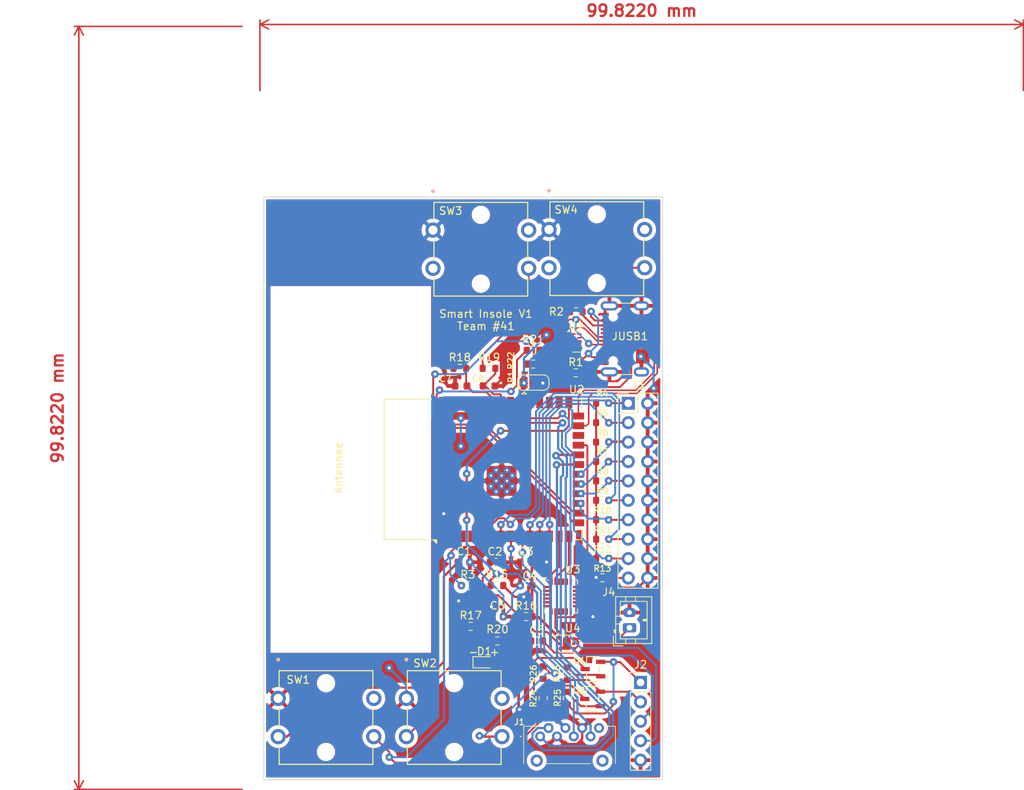
<source format=kicad_pcb>
(kicad_pcb (version 20240108) (generator "pcbnew") (generator_version "8.0")
  (layers (0 "F.Cu" signal) (31 "B.Cu" signal) (34 "B.Paste" user) (35 "F.Paste" user) (36 "B.SilkS" user "B.Silkscreen") (37 "F.SilkS" user "F.Silkscreen") (38 "B.Mask" user) (39 "F.Mask" user) (44 "Edge.Cuts" user))
  (net 0 "")
  (net 1 "GND")
  (net 2 "/ESP32_EN")
  (net 3 "/3V3")
  (net 4 "/5VUSB")
  (net 5 "/End Hike")
  (net 6 "/Start Hike")
  (net 7 "Net-(D1-A)")
  (net 9 "/MOSI")
  (net 12 "/MISO")
  (net 13 "/SCLK")
  (net 14 "/CS")
  (net 15 "/SDA_6050")
  (net 17 "Net-(R19-Pad1)")
  (net 18 "Net-(R18-Pad1)")
  (net 19 "Net-(JUSB1-CC1)")
  (net 20 "/USB_N")
  (net 21 "/USB_P")
  (net 22 "Net-(JUSB1-CC2)")
  (net 25 "Net-(C1-Pad1)")
  (net 26 "/GPIO1")
  (net 27 "/GPIO2")
  (net 28 "/GPIO3")
  (net 29 "/GPIO6")
  (net 30 "/GPIO7")
  (net 31 "/GPIO8")
  (net 32 "/GPIO11")
  (net 33 "/GPIO12")
  (net 34 "/GPIO21")
  (net 35 "/GPIO47")
  (net 36 "Net-(C2-Pad1)")
  (net 37 "Net-(U4-FB)")
  (net 39 "/RX")
  (net 41 "/TX")
  (net 49 "/DTR")
  (net 51 "/RTS")
  (net 54 "/SCL_6050")
  (net 74 "/POWER FROM BATTERY")
  (net 75 "/GPIO10")
  (net 77 "Net-(JP1-C)")
  (net 79 "Net-(Q1-Pad3)")
  (net 80 "unconnected-(U2-IO39-Pad32)")
  (net 81 "Net-(Q1-Pad1)")
  (net 82 "unconnected-(U2-IO38-Pad31)")
  (net 83 "Net-(Q2-Pad3)")
  (net 86 "Net-(Q2-Pad1)")
  (net 87 "/GPIO0_STRAPPING")
  (net 88 "/GPIO46_STRAPPING")
  (net 89 "/GPIO3_STRAPPING")
  (footprint "Resistor_SMD:R_0603_1608Metric" (layer "F.Cu") (at 130.8608 115.062 90)
    (property "Reference" "R25")
    (property "Value" "10k")
  )
  (footprint "Resistor_SMD:R_0603_1608Metric" (layer "F.Cu") (at 135.4582 84.0994 180)
    (property "Reference" "R7")
    (property "Value" "1k")
  )
  (footprint "Resistor_SMD:R_0603_1608Metric" (layer "F.Cu") (at 135.4582 79.0194 180)
    (property "Reference" "R5")
    (property "Value" "1k")
  )
  (footprint "SmartInsolePCB:SW_B3F-4000_OMR" (layer "F.Cu") (at 113.3078 53.827101)
    (property "Reference" "SW3")
    (property "Value" "B3F-4000")
  )
  (footprint "Capacitor_SMD:C_0603_1608Metric" (layer "F.Cu") (at 121.717 104.39)
    (property "Reference" "C6")
    (property "Value" "10uF")
  )
  (footprint "RF_Module:ESP32-S3-WROOM-1" (layer "F.Cu") (at 119.814 85.133 90)
    (property "Reference" "U2")
    (property "Value" "ESP32-S3-WROOM-1")
  )
  (footprint "Resistor_SMD:R_0603_1608Metric" (layer "F.Cu") (at 117.856 100.33)
    (property "Reference" "R3")
    (property "Value" "1.0k")
  )
  (footprint "Resistor_SMD:R_0603_1608Metric" (layer "F.Cu") (at 135.4582 89.1794 180)
    (property "Reference" "R9")
    (property "Value" "1k")
  )
  (footprint "Resistor_SMD:R_0603_1608Metric" (layer "F.Cu") (at 118.237 105.664)
    (property "Reference" "R17")
    (property "Value" "200k")
  )
  (footprint "Resistor_SMD:R_0603_1608Metric" (layer "F.Cu") (at 121.666 100.326)
    (property "Reference" "R15")
    (property "Value" "1.0k")
  )
  (footprint "Capacitor_SMD:C_0603_1608Metric" (layer "F.Cu") (at 125.4775 100.326 180)
    (property "Reference" "C4")
    (property "Value" "10uF")
  )
  (footprint "Resistor_SMD:R_0603_1608Metric" (layer "F.Cu") (at 120.6246 71.9074)
    (property "Reference" "R19")
    (property "Value" "5k")
  )
  (footprint "Capacitor_SMD:C_0603_1608Metric" (layer "F.Cu") (at 126.873 107.569 180)
    (property "Reference" "C5")
    (property "Value" "10uF")
  )
  (footprint "Resistor_SMD:R_0603_1608Metric" (layer "F.Cu") (at 135.4582 86.6394 180)
    (property "Reference" "R8")
    (property "Value" "1k")
  )
  (footprint "SmartInsolePCB:SW_B3F-4000_OMR" (layer "F.Cu") (at 109.828 115.091901)
    (property "Reference" "SW2")
    (property "Value" "B3F-4000")
  )
  (footprint "Package_DFN_QFN:Diodes_UDFN-10_1.0x2.5mm_P0.5mm" (layer "F.Cu") (at 132.043143 68.4192)
    (property "Reference" "U1")
    (property "Value" "D3V3XA4B10LP")
  )
  (footprint "Capacitor_SMD:C_0603_1608Metric" (layer "F.Cu") (at 117.348 97.282)
    (property "Reference" "C1")
    (property "Value" "0.1uF")
  )
  (footprint "Resistor_SMD:R_0603_1608Metric" (layer "F.Cu") (at 135.4582 81.5594 180)
    (property "Reference" "R6")
    (property "Value" "1k")
  )
  (footprint "Capacitor_SMD:C_0603_1608Metric" (layer "F.Cu") (at 116.967 74.2188 180)
    (property "Reference" "C7")
    (property "Value" "1uF")
  )
  (footprint "Capacitor_SMD:C_0603_1608Metric" (layer "F.Cu") (at 125.4645 97.278 180)
    (property "Reference" "C3")
    (property "Value" "0.1uF")
  )
  (footprint "Resistor_SMD:R_0603_1608Metric" (layer "F.Cu") (at 125.4775 104.39)
    (property "Reference" "R16")
    (property "Value" "1M")
  )
  (footprint "Sensor_Motion:InvenSense_QFN-24_4x4mm_P0.5mm" (layer "F.Cu") (at 130.06 101.772)
    (property "Reference" "U3")
    (property "Value" "MPU-6050")
  )
  (footprint "Resistor_SMD:R_0603_1608Metric" (layer "F.Cu") (at 116.8146 71.9074)
    (property "Reference" "R18")
    (property "Value" "5k")
  )
  (footprint "Jumper:SolderJumper-3_P1.3mm_Open_RoundedPad1.0x1.5mm" (layer "F.Cu") (at 126.4158 73.7715)
    (property "Reference" "JP1")
    (property "Value" "SolderJumper_3_Open")
  )
  (footprint "SmartInsolePCB:TRAN_SS8050-G_CIP" (layer "F.Cu") (at 134.2136 111.252 90)
    (property "Reference" "Q1")
    (property "Value" "SS8050-G")
  )
  (footprint "SmartInsolePCB:SW_B3F-4000_OMR" (layer "F.Cu") (at 128.4716 53.750901)
    (property "Reference" "SW4")
    (property "Value" "B3F-4000")
  )
  (footprint "Resistor_SMD:R_0603_1608Metric" (layer "F.Cu") (at 132.043143 64.4982 180)
    (property "Reference" "R2")
    (property "Value" "5.1k")
  )
  (footprint "Resistor_SMD:R_0603_1608Metric" (layer "F.Cu") (at 135.4582 76.454 180)
    (property "Reference" "R4")
    (property "Value" "1k")
  )
  (footprint "SmartInsolePCB:SW_B3F-4000_OMR" (layer "F.Cu") (at 93.064 115.091901)
    (property "Reference" "SW1")
    (property "Value" "B3F-4000")
  )
  (footprint "Resistor_SMD:R_0603_1608Metric" (layer "F.Cu") (at 135.4582 94.2594 180)
    (property "Reference" "R11")
    (property "Value" "1k")
  )
  (footprint "Resistor_SMD:R_0603_1608Metric" (layer "F.Cu") (at 131.980143 72.4992 180)
    (property "Reference" "R1")
    (property "Value" "5.1k")
  )
  (footprint "Capacitor_SMD:C_0603_1608Metric" (layer "F.Cu") (at 121.539 97.282)
    (property "Reference" "C2")
    (property "Value" "0.1uF")
  )
  (footprint "SmartInsolePCB:PJS008U30000" (layer "F.Cu") (at 130.937 121.1834)
    (property "Reference" "J1")
    (property "Value" "PJS008U-3000-0" (hide yes))
  )
  (footprint "Package_SON:WSON-6-1EP_2x2mm_P0.65mm_EP1x1.6mm" (layer "F.Cu") (at 130.81 107.931)
    (property "Reference" "U4")
    (property "Value" "TLV75801PDRV")
  )
  (footprint "Resistor_SMD:R_0603_1608Metric" (layer "F.Cu") (at 130.8608 111.8616 90)
    (property "Reference" "R23")
    (property "Value" "10k")
  )
  (footprint "Connector_PinHeader_2.54mm:PinHeader_2x10_P2.54mm_Vertical" (layer "F.Cu") (at 138.8364 76.4794)
    (property "Reference" "J3")
    (property "Value" "Conn_02x10_Odd_Even")
  )
  (footprint "Resistor_SMD:R_0603_1608Metric" (layer "F.Cu") (at 127.7112 115.062 90)
    (property "Reference" "R24")
    (property "Value" "10k")
  )
  (footprint "Resistor_SMD:R_0603_1608Metric" (layer "F.Cu") (at 121.73 107.569 180)
    (property "Reference" "R20")
    (property "Value" "5.1k")
  )
  (footprint "Connector_JST:JST_PH_B2B-PH-K_1x02_P2.00mm_Vertical" (layer "F.Cu") (at 138.9976 105.8512 90)
    (property "Reference" "J4")
    (property "Value" "Conn_01x02_Pin")
  )
  (footprint "Connector_USB:USB_C_Receptacle_GCT_USB4105-xx-A_16P_TopMnt_Horizontal" (layer "F.Cu") (at 139.477143 68.0542 90)
    (property "Reference" "JUSB1")
    (property "Value" "USB_C_Receptacle_USB2.0")
  )
  (footprint "Resistor_SMD:R_0603_1608Metric" (layer "F.Cu") (at 126.3904 69.5452)
    (property "Reference" "R21")
    (property "Value" "1.0k")
  )
  (footprint "Connector_PinHeader_2.54mm:PinHeader_1x05_P2.54mm_Vertical" (layer "F.Cu") (at 140.4366 113.0046)
    (property "Reference" "J2")
    (property "Value" "Conn_01x05_Socket")
  )
  (footprint "Resistor_SMD:R_0603_1608Metric" (layer "F.Cu") (at 126.3904 71.3486)
    (property "Reference" "R22")
    (property "Value" "1k")
  )
  (footprint "Capacitor_SMD:C_0603_1608Metric" (layer "F.Cu") (at 120.6246 74.2188)
    (property "Reference" "C8")
    (property "Value" "1uF")
  )
  (footprint "Resistor_SMD:R_0603_1608Metric" (layer "F.Cu") (at 135.4582 91.7194 180)
    (property "Reference" "R10")
    (property "Value" "1k")
  )
  (footprint "Resistor_SMD:R_0603_1608Metric" (layer "F.Cu") (at 135.4582 99.314 180)
    (property "Reference" "R13")
    (property "Value" "1k")
  )
  (footprint "Resistor_SMD:R_0603_1608Metric" (layer "F.Cu") (at 127.7112 111.7092 90)
    (property "Reference" "R26")
    (property "Value" "10k")
  )
  (footprint "LED_SMD:LED_0603_1608Metric" (layer "F.Cu") (at 120.015 110.363)
    (property "Reference" "D1")
    (property "Value" "LED")
  )
  (footprint "SmartInsolePCB:TRAN_SS8050-G_CIP" (layer "F.Cu") (at 134.1628 115.1636 90)
    (property "Reference" "Q2")
    (property "Value" "SS8050-G")
  )
  (footprint "Resistor_SMD:R_0603_1608Metric" (layer "F.Cu") (at 135.4582 96.7994 180)
    (property "Reference" "R12")
    (property "Value" "1k")
  )
  (gr_rect (start 91.186 49.5046) (end 143.3172 125.73) (stroke (width 0.1)) (fill none) (layer "Edge.Cuts"))
  (gr_text "Smart Insole V1\nTeam #41" (at 120.2182 66.9798 0) (layer "F.SilkS") (effects (font (size 1 1)) (justify bottom)))
  (gr_text "+" (at 120.6485 109.605 0) (layer "F.SilkS") (effects (font (size 1 1)) (justify left bottom)))
  (gr_text "Antennae" (at 101.5492 88.392 90) (layer "F.SilkS") (effects (font (size 1 1)) (justify left bottom)))
  (gr_text "-" (at 117.8545 109.605 0) (layer "F.SilkS") (effects (font (size 1 1)) (justify left bottom)))
  (dimension (type aligned) (layer "F.Cu") (pts (xy 90.678 36.068) (xy 190.5 36.068)) (height -9.144) (gr_text "99.8220 mm" (at 140.589 25.124 0) (layer "F.Cu") (effects (font (size 1.5 1.5) (thickness 0.3)))) (format (prefix "") (suffix "") (units 3) (units_format 1) (precision 4)) (style (thickness 0.2) (arrow_length 1.27) (text_position_mode 0) (extension_height 0.58642) (extension_offset 0.5) keep_text_aligned))
  (dimension (type aligned) (layer "F.Cu") (pts (xy 88.844 127) (xy 88.844 27.178)) (height -21.844) (gr_text "99.8220 mm" (at 64.206 77.089 90) (layer "F.Cu") (effects (font (size 1.5 1.5) (thickness 0.3)))) (format (prefix "") (suffix "") (units 3) (units_format 1) (precision 4)) (style (thickness 0.2) (arrow_length 1.27) (text_position_mode 2) (extension_height 0.58642) (extension_offset 0.5) keep_text_aligned))
  (segment (start 140.484143 72.3062) (end 140.552143 72.3742) (width 0.3) (layer "F.Cu") (net 1))
  (segment (start 114.554 76.963) (end 114.554 76.383) (width 0.25) (layer "F.Cu") (net 1))
  (segment (start 132.126214 121.0634) (end 130.512 121.0634) (width 0.3) (layer "F.Cu") (net 1))
  (segment (start 132.812 118.9634) (end 132.812 120.377614) (width 0.3) (layer "F.Cu") (net 1))
  (segment (start 132.400143 71.2542) (end 131.155143 72.4992) (width 0.3) (layer "F.Cu") (net 1))
  (segment (start 129.527143 66.1892) (end 131.218143 64.4982) (width 0.3) (layer "F.Cu") (net 1))
  (segment (start 122.1996 73.4188) (end 121.3996 74.2188) (width 0.3) (layer "F.Cu") (net 1))
  (segment (start 129.9225 108.581) (end 130.16 108.581) (width 0.3) (layer "F.Cu") (net 1))
  (segment (start 128.143 67.5386) (end 128.1246 67.5202) (width 0.3) (layer "F.Cu") (net 1))
  (segment (start 122.1996 70.434) (end 122.1996 73.4188) (width 0.3) (layer "F.Cu") (net 1))
  (segment (start 132.53812 100.522) (end 132.62552 100.6094) (width 0.3) (layer "F.Cu") (net 1))
  (segment (start 130.505747 68.4192) (end 129.527143 67.440596) (width 0.3) (layer "F.Cu") (net 1))
  (segment (start 128.1246 67.5202) (end 125.1134 67.5202) (width 0.3) (layer "F.Cu") (net 1))
  (segment (start 116.9416 78.4352) (end 116.0262 78.4352) (width 0.25) (layer "F.Cu") (net 1))
  (segment (start 130.16 108.581) (end 130.81 107.931) (width 0.3) (layer "F.Cu") (net 1))
  (segment (start 116.0262 78.4352) (end 114.554 76.963) (width 0.25) (layer "F.Cu") (net 1))
  (segment (start 125.1134 67.5202) (end 122.1996 70.434) (width 0.3) (layer "F.Cu") (net 1))
  (segment (start 130.512 121.0634) (end 129.512 120.0634) (width 0.3) (layer "F.Cu") (net 1))
  (segment (start 140.484143 70.3522) (end 140.484143 72.3062) (width 0.3) (layer "F.Cu") (net 1))
  (segment (start 132.62552 100.6094) (end 140.1064 100.6094) (width 0.3) (layer "F.Cu") (net 1))
  (segment (start 132.812 120.377614) (end 132.126214 121.0634) (width 0.3) (layer "F.Cu") (net 1))
  (segment (start 131.693143 68.4192) (end 130.505747 68.4192) (width 0.3) (layer "F.Cu") (net 1))
  (segment (start 132.01 100.522) (end 132.53812 100.522) (width 0.3) (layer "F.Cu") (net 1))
  (segment (start 131.693143 68.4192) (end 132.455643 68.4192) (width 0.3) (layer "F.Cu") (net 1))
  (segment (start 135.797143 71.2542) (end 132.400143 71.2542) (width 0.3) (layer "F.Cu") (net 1))
  (segment (start 129.527143 67.440596) (end 129.527143 66.1892) (width 0.3) (layer "F.Cu") (net 1))
  (segment (start 140.1064 100.6094) (end 141.3764 99.3394) (width 0.3) (layer "F.Cu") (net 1))
  (via (at 128.143 67.5386) (size 1) (drill 0.4) (layers "F.Cu" "B.Cu") (net 1))
  (via (at 107.569 111.0996) (size 1) (drill 0.4) (layers "F.Cu" "B.Cu") (net 1))
  (via (at 124.714 100.3554) (size 1) (drill 0.4) (layers "F.Cu" "B.Cu") (net 1))
  (via (at 118.1354 97.2566) (size 1) (drill 0.4) (layers "F.Cu" "B.Cu") (net 1))
  (via (at 116.9416 82.0928) (size 1) (drill 0.4) (layers "F.Cu" "B.Cu") (net 1))
  (via (at 140.484143 70.3522) (size 1) (drill 0.4) (layers "F.Cu" "B.Cu") (net 1))
  (via (at 142.160543 74.5178) (size 1) (drill 0.4) (layers "F.Cu" "B.Cu") (net 1))
  (via (at 125.2028 73.8223) (size 1) (drill 0.4) (layers "F.Cu" "B.Cu") (net 1))
  (via (at 122.5042 104.394) (size 1) (drill 0.4) (layers "F.Cu" "B.Cu") (net 1))
  (via (at 116.9416 78.4352) (size 1) (drill 0.4) (layers "F.Cu" "B.Cu") (net 1))
  (segment (start 123.6472 101.3968) (end 124.6886 100.3554) (width 0.25) (layer "B.Cu") (net 1))
  (segment (start 118.1354 97.2566) (end 122.5042 101.6254) (width 0.25) (layer "B.Cu") (net 1))
  (segment (start 123.6472 103.251) (end 123.6472 101.3968) (width 0.25) (layer "B.Cu") (net 1))
  (segment (start 127.37 68.3878) (end 125.2028 70.555) (width 0.3) (layer "B.Cu") (net 1))
  (segment (start 109.828 113.3586) (end 107.569 111.0996) (width 0.3) (layer "B.Cu") (net 1))
  (segment (start 142.1384 72.009) (end 140.462 70.3326) (width 0.3) (layer "B.Cu") (net 1))
  (segment (start 125.2028 70.555) (end 125.2028 73.8223) (width 0.3) (layer "B.Cu") (net 1))
  (segment (start 127.37 68.3116) (end 127.37 68.3878) (width 0.3) (layer "B.Cu") (net 1))
  (segment (start 116.9416 82.0928) (end 116.9416 78.4352) (width 0.25) (layer "B.Cu") (net 1))
  (segment (start 142.1384 74.4982) (end 142.1384 72.009) (width 0.3) (layer "B.Cu") (net 1))
  (segment (start 109.828 115.091901) (end 109.828 113.3586) (width 0.3) (layer "B.Cu") (net 1))
  (segment (start 122.5042 104.394) (end 123.6472 103.251) (width 0.25) (layer "B.Cu") (net 1))
  (segment (start 128.143 67.5386) (end 127.37 68.3116) (width 0.3) (layer "B.Cu") (net 1))
  (segment (start 122.5042 101.6254) (end 122.5042 104.394) (width 0.25) (layer "B.Cu") (net 1))
  (segment (start 128.8 116.6) (end 121.9052 123.4948) (width 0.25) (layer "F.Cu") (net 2))
  (segment (start 127.7112 114.237) (end 127.937 114.237) (width 0.25) (layer "F.Cu") (net 2))
  (segment (start 108.3056 123.4948) (end 107.5944 122.7836) (width 0.25) (layer "F.Cu") (net 2))
  (segment (start 121.9052 123.4948) (end 108.3056 123.4948) (width 0.25) (layer "F.Cu") (net 2))
  (segment (start 117.094 94.463) (end 117.094 93.883) (width 0.25) (layer "F.Cu") (net 2))
  (segment (start 117.081 100.28) (end 117.031 100.33) (width 0.25) (layer "F.Cu") (net 2))
  (segment (start 115.661164 96.406346) (end 115.661164 95.895836) (width 0.25) (layer "F.Cu") (net 2))
  (segment (start 107.5944 122.122301) (end 105.564 120.091901) (width 0.25) (layer "F.Cu") (net 2))
  (segment (start 128.8 115.1) (end 128.8 116.6) (width 0.25) (layer "F.Cu") (net 2))
  (segment (start 107.5944 122.7836) (end 107.5944 122.122301) (width 0.25) (layer "F.Cu") (net 2))
  (segment (start 115.661164 95.895836) (end 117.094 94.463) (width 0.25) (layer "F.Cu") (net 2))
  (segment (start 127.937 114.237) (end 128.8 115.1) (width 0.25) (layer "F.Cu") (net 2))
  (via (at 115.661164 96.406346) (size 1) (drill 0.4) (layers "F.Cu" "B.Cu") (net 2))
  (via (at 107.5944 122.7836) (size 1) (drill 0.4) (layers "F.Cu" "B.Cu") (net 2))
  (via (at 117.0178 100.33) (size 1) (drill 0.4) (layers "F.Cu" "B.Cu") (net 2))
  (segment (start 109.8164 122.7836) (end 107.5944 122.7836) (width 0.25) (layer "B.Cu") (net 2))
  (segment (start 115.661164 96.406346) (end 115.558755 96.508755) (width 0.25) (layer "B.Cu") (net 2))
  (segment (start 115.558755 98.870955) (end 117.0178 100.33) (width 0.25) (layer "B.Cu") (net 2))
  (segment (start 114.753002 97.314508) (end 114.753002 117.846998) (width 0.25) (layer "B.Cu") (net 2))
  (segment (start 115.558755 96.508755) (end 115.558755 98.870955) (width 0.25) (layer "B.Cu") (net 2))
  (segment (start 114.753002 117.846998) (end 109.8164 122.7836) (width 0.25) (layer "B.Cu") (net 2))
  (segment (start 115.661164 96.406346) (end 114.753002 97.314508) (width 0.25) (layer "B.Cu") (net 2))
  (segment (start 129.9225 106.6561) (end 129.9225 107.281) (width 0.25) (layer "F.Cu") (net 3))
  (segment (start 126.2525 102.5) (end 126.2525 104.34) (width 0.35) (layer "F.Cu") (net 3))
  (segment (start 128.175296 73.322904) (end 127.6604 73.8378) (width 0.3) (layer "F.Cu") (net 3))
  (segment (start 122.555 106.003) (end 120.942 104.39) (width 0.35) (layer "F.Cu") (net 3))
  (segment (start 129.9225 107.281) (end 129.9225 107.2225) (width 0.3) (layer "F.Cu") (net 3))
  (segment (start 134.2136 104.394) (end 134.1356 104.472) (width 0.25) (layer "F.Cu") (net 3))
  (segment (start 132.01 104.014764) (end 131.552764 104.472) (width 0.25) (layer "F.Cu") (net 3))
  (segment (start 124.5 109.514) (end 122.555 107.569) (width 0.35) (layer "F.Cu") (net 3))
  (segment (start 126.3845 104.472) (end 127.1135 104.472) (width 0.35) (layer "F.Cu") (net 3))
  (segment (start 126.2525 100.326) (end 125.9372 100.326) (width 0.35) (layer "F.Cu") (net 3))
  (segment (start 126.2395 97.278) (end 126.2395 100.313) (width 0.35) (layer "F.Cu") (net 3))
  (segment (start 126.2395 97.278) (end 128.072 97.278) (width 0.35) (layer "F.Cu") (net 3))
  (segment (start 116.67 102.33) (end 116.65 102.33) (width 0.3) (layer "F.Cu") (net 3))
  (segment (start 126.2525 100.326) (end 126.2525 102.5) (width 0.35) (layer "F.Cu") (net 3))
  (segment (start 123.9682 101.8032) (end 125.1712 101.8032) (width 0.3) (layer "F.Cu") (net 3))
  (segment (start 120.942 103.098) (end 120.942 104.39) (width 0.35) (layer "F.Cu") (net 3))
  (segment (start 124.611564 116.534364) (end 124.5 116.4228) (width 0.35) (layer "F.Cu") (net 3))
  (segment (start 128.1 97.25) (end 128.15 97.25) (width 0.35) (layer "F.Cu") (net 3))
  (segment (start 115.824 92.0496) (end 115.824 93.883) (width 0.35) (layer "F.Cu") (net 3))
  (segment (start 129.31 104.214764) (end 129.31 103.722) (width 0.25) (layer "F.Cu") (net 3))
  (segment (start 129.921 106.5022) (end 129.921 106.6546) (width 0.25) (layer "F.Cu") (net 3))
  (segment (start 131.552764 104.472) (end 129.567236 104.472) (width 0.25) (layer "F.Cu") (net 3))
  (segment (start 125.7808 101.1936) (end 125.1712 101.8032) (width 0.35) (layer "F.Cu") (net 3))
  (segment (start 118.67 100.33) (end 116.67 102.33) (width 0.3) (layer "F.Cu") (net 3))
  (segment (start 118.681 100.33) (end 118.67 100.33) (width 0.3) (layer "F.Cu") (net 3))
  (segment (start 128.072 97.278) (end 128.1 97.25) (width 0.35) (layer "F.Cu") (net 3))
  (segment (start 127.1135 104.472) (end 129.9225 107.281) (width 0.35) (layer "F.Cu") (net 3))
  (segment (start 126.2525 104.34) (end 126.3025 104.39) (width 0.35) (layer "F.Cu") (net 3))
  (segment (start 125.7808 100.4824) (end 125.7808 101.1936) (width 0.35) (layer "F.Cu") (net 3))
  (segment (start 126.3025 104.39) (end 126.3845 104.472) (width 0.35) (layer "F.Cu") (net 3))
  (segment (start 134.1356 104.472) (end 131.552764 104.472) (width 0.25) (layer "F.Cu") (net 3))
  (segment (start 129.31 105.8912) (end 129.921 106.5022) (width 0.25) (layer "F.Cu") (net 3))
  (segment (start 122.555 107.569) (end 122.555 106.003) (width 0.35) (layer "F.Cu") (net 3))
  (segment (start 128.175296 70.505096) (end 128.175296 73.322904) (width 0.3) (layer "F.Cu") (net 3))
  (segment (start 126.2395 100.313) (end 126.2525 100.326) (width 0.35) (layer "F.Cu") (net 3))
  (segment (start 114.7064 90.932) (end 115.824 92.0496) (width 0.35) (layer "F.Cu") (net 3))
  (segment (start 129.31 103.722) (end 129.31 105.8912) (width 0.25) (layer "F.Cu") (net 3))
  (segment (start 124.5 116.4228) (end 124.5 109.514) (width 0.35) (layer "F.Cu") (net 3))
  (segment (start 127.2154 69.5452) (end 128.175296 70.505096) (width 0.3) (layer "F.Cu") (net 3))
  (segment (start 122.491 100.326) (end 123.9682 101.8032) (width 0.3) (layer "F.Cu") (net 3))
  (segment (start 134.6332 99.3394) (end 134.6332 76.454) (width 0.25) (layer "F.Cu") (net 3))
  (segment (start 129.921 106.6546) (end 129.9225 106.6561) (width 0.25) (layer "F.Cu") (net 3))
  (segment (start 116.65 102.33) (end 116.65 102.35) (width 0.3) (layer "F.Cu") (net 3))
  (segment (start 129.567236 104.472) (end 129.31 104.214764) (width 0.25) (layer "F.Cu") (net 3))
  (segment (start 116.65 102.35) (end 116.71 102.29) (width 0.3) (layer "F.Cu") (net 3))
  (segment (start 128.15 97.2) (end 128.1 97.25) (width 0.35) (layer "F.Cu") (net 3))
  (segment (start 128.15 97.25) (end 128.15 97.2) (width 0.35) (layer "F.Cu") (net 3))
  (segment (start 125.9372 100.326) (end 125.7808 100.4824) (width 0.35) (layer "F.Cu") (net 3))
  (segment (start 132.01 103.022) (end 132.01 104.014764) (width 0.25) (layer "F.Cu") (net 3))
  (via (at 134.2136 104.394) (size 1) (drill 0.4) (layers "F.Cu" "B.Cu") (net 3))
  (via (at 128.15 97.25) (size 1) (drill 0.4) (layers "F.Cu" "B.Cu") (net 3))
  (via (at 116.65 102.33) (size 1) (drill 0.4) (layers "F.Cu" "B.Cu") (net 3))
  (via (at 134.6332 99.2632) (size 1) (drill 0.4) (layers "F.Cu" "B.Cu") (net 3))
  (via (at 127.6604 73.8378) (size 1) (drill 0.4) (layers "F.Cu" "B.Cu") (net 3))
  (via (at 114.7064 90.932) (size 1) (drill 0.4) (layers "F.Cu" "B.Cu") (net 3))
  (via (at 125.1712 101.8032) (size 1) (drill 0.4) (layers "F.Cu" "B.Cu") (net 3))
  (via (at 124.611564 116.534364) (size 1) (drill 0.4) (layers "F.Cu" "B.Cu") (net 3))
  (via (at 120.942 103.098) (size 1) (drill 0.4) (layers "F.Cu" "B.Cu") (net 3))
  (segment (start 124.611564 116.534364) (end 126.0156 117.9384) (width 0.35) (layer "B.Cu") (net 3))
  (segment (start 126.0156 117.9384) (end 129.587 117.9384) (width 0.35) (layer "B.Cu") (net 3))
  (segment (start 129.587 117.9384) (end 130.612 118.9634) (width 0.35) (layer "B.Cu") (net 3))
  (segment (start 133.014743 70.5942) (end 131.017143 70.5942) (width 0.25) (layer "F.Cu") (net 4))
  (segment (start 134.109143 70.4542) (end 135.797143 70.4542) (width 0.25) (layer "F.Cu") (net 4))
  (segment (start 133.968143 65.157) (end 134.465343 65.6542) (width 0.25) (layer "F.Cu") (net 4))
  (segment (start 130.677143 68.9542) (end 130.977143 68.9542) (width 0.25) (layer "F.Cu") (net 4))
  (segment (start 130.377143 69.2542) (end 130.677143 68.9542) (width 0.25) (layer "F.Cu") (net 4))
  (segment (start 134.465343 65.6542) (end 135.797143 65.6542) (width 0.25) (layer "F.Cu") (net 4))
  (segment (start 131.017143 70.5942) (end 130.377143 69.9542) (width 0.25) (layer "F.Cu") (net 4))
  (segment (start 133.631943 69.977) (end 133.014743 70.5942) (width 0.25) (layer "F.Cu") (net 4))
  (segment (start 133.968143 64.4594) (end 133.968143 65.157) (width 0.25) (layer "F.Cu") (net 4))
  (segment (start 130.377143 69.9542) (end 130.377143 69.2542) (width 0.25) (layer "F.Cu") (net 4))
  (segment (start 133.631943 69.977) (end 134.109143 70.4542) (width 0.25) (layer "F.Cu") (net 4))
  (segment (start 130.977143 68.9542) (end 130.992143 68.9692) (width 0.25) (layer "F.Cu") (net 4))
  (segment (start 130.992143 68.9692) (end 131.655643 68.9692) (width 0.25) (layer "F.Cu") (net 4))
  (via (at 133.968143 64.4594) (size 1) (drill 0.4) (layers "F.Cu" "B.Cu") (net 4))
  (via (at 133.631943 69.977) (size 1) (drill 0.4) (layers "F.Cu" "B.Cu") (net 4))
  (segment (start 134.8994 65.409) (end 133.9704 64.48) (width 0.25) (layer "B.Cu") (net 4))
  (segment (start 133.6342 69.9976) (end 134.8994 68.7324) (width 0.25) (layer "B.Cu") (net 4))
  (segment (start 134.8994 68.7324) (end 134.8994 65.409) (width 0.25) (layer "B.Cu") (net 4))
  (segment (start 117.6396 71.9074) (end 117.6396 74.1164) (width 0.25) (layer "F.Cu") (net 5))
  (segment (start 118.542 75.0188) (end 120.2816 75.0188) (width 0.25) (layer "F.Cu") (net 5))
  (segment (start 117.6396 74.1164) (end 117.742 74.2188) (width 0.25) (layer "F.Cu") (net 5))
  (segment (start 117.742 74.2188) (end 118.542 75.0188) (width 0.25) (layer "F.Cu") (net 5))
  (segment (start 120.2816 75.0188) (end 120.904 75.6412) (width 0.25) (layer "F.Cu") (net 5))
  (segment (start 120.904 75.6412) (end 120.904 76.383) (width 0.25) (layer "F.Cu") (net 5))
  (segment (start 121.4496 71.9074) (end 121.4496 72.6188) (width 0.25) (layer "F.Cu") (net 6))
  (segment (start 120.140548 74.2188) (end 121.229748 75.308) (width 0.25) (layer "F.Cu") (net 6))
  (segment (start 121.229748 75.308) (end 122.099 75.308) (width 0.25) (layer "F.Cu") (net 6))
  (segment (start 122.174 75.383) (end 122.174 76.383) (width 0.25) (layer "F.Cu") (net 6))
  (segment (start 119.8496 74.2188) (end 120.140548 74.2188) (width 0.25) (layer "F.Cu") (net 6))
  (segment (start 122.099 75.308) (end 122.174 75.383) (width 0.25) (layer "F.Cu") (net 6))
  (segment (start 121.4496 72.6188) (end 119.8496 74.2188) (width 0.25) (layer "F.Cu") (net 6))
  (segment (start 120.905 107.569) (end 120.905 110.2605) (width 0.25) (layer "F.Cu") (net 7))
  (segment (start 120.905 110.2605) (end 120.8025 110.363) (width 0.25) (layer "F.Cu") (net 7))
  (segment (start 129.492942 83.228) (end 132.314 83.228) (width 0.3) (layer "F.Cu") (net 9))
  (segment (start 129.3872 83.333742) (end 129.492942 83.228) (width 0.3) (layer "F.Cu") (net 9))
  (segment (start 132.586 83.5) (end 132.314 83.228) (width 0.3) (layer "F.Cu") (net 9))
  (via (at 129.3872 83.333742) (size 1) (drill 0.4) (layers "F.Cu" "B.Cu") (net 9))
  (segment (start 126.9848 118.9634) (end 128.412 118.9634) (width 0.3) (layer "B.Cu") (net 9))
  (segment (start 130.3138 84.179118) (end 130.3138 85.866082) (width 0.3) (layer "B.Cu") (net 9))
  (segment (start 129.815882 83.6812) (end 130.3138 84.179118) (width 0.3) (layer "B.Cu") (net 9))
  (segment (start 132.8518 112.24542) (end 132.8518 112.83048) (width 0.3) (layer "B.Cu") (net 9))
  (segment (start 126.312 119.6362) (end 126.9848 118.9634) (width 0.3) (layer "B.Cu") (net 9))
  (segment (start 136.8472 119.896) (end 134.874 121.8692) (width 0.3) (layer "B.Cu") (net 9))
  (segment (start 129.3872 83.333742) (end 129.734658 83.6812) (width 0.3) (layer "B.Cu") (net 9))
  (segment (start 132.8518 112.83048) (end 136.8472 116.825879) (width 0.3) (layer "B.Cu") (net 9))
  (segment (start 134.874 121.8692) (end 127.703586 121.8692) (width 0.3) (layer "B.Cu") (net 9))
  (segment (start 130.0146 109.408219) (end 132.8518 112.24542) (width 0.3) (layer "B.Cu") (net 9))
  (segment (start 136.8472 116.825879) (end 136.8472 119.896) (width 0.3) (layer "B.Cu") (net 9))
  (segment (start 126.312 120.477614) (end 126.312 119.6362) (width 0.3) (layer "B.Cu") (net 9))
  (segment (start 127.703586 121.8692) (end 126.312 120.477614) (width 0.3) (layer "B.Cu") (net 9))
  (segment (start 129.734658 83.6812) (end 129.815882 83.6812) (width 0.3) (layer "B.Cu") (net 9))
  (segment (start 130.3138 85.866082) (end 130.0146 86.165282) (width 0.3) (layer "B.Cu") (net 9))
  (segment (start 130.0146 86.165282) (end 130.0146 109.408219) (width 0.3) (layer "B.Cu") (net 9))
  (segment (start 125 94.169) (end 124.714 93.883) (width 0.25) (layer "F.Cu") (net 12))
  (segment (start 125 96) (end 125 94.169) (width 0.25) (layer "F.Cu") (net 12))
  (via (at 125 96) (size 1) (drill 0.4) (layers "F.Cu" "B.Cu") (net 12))
  (segment (start 131.8768 114.05) (end 131.8768 112.649277) (width 0.25) (layer "B.Cu") (net 12))
  (segment (start 127.85 108.622477) (end 127.85 100.418) (width 0.25) (layer "B.Cu") (net 12))
  (segment (start 131.8768 112.649277) (end 127.85 108.622477) (width 0.25) (layer "B.Cu") (net 12))
  (segment (start 133.912 118.6212) (end 132.187 116.8962) (width 0.3) (layer "B.Cu") (net 12))
  (segment (start 132.187 114.979848) (end 131.8768 114.669648) (width 0.3) (layer "B.Cu") (net 12))
  (segment (start 132.187 116.8962) (end 132.187 114.979848) (width 0.3) (layer "B.Cu") (net 12))
  (segment (start 125 97.568) (end 125 96) (width 0.25) (layer "B.Cu") (net 12))
  (segment (start 133.912 120.0634) (end 133.912 118.6212) (width 0.3) (layer "B.Cu") (net 12))
  (segment (start 127.85 100.418) (end 125 97.568) (width 0.25) (layer "B.Cu") (net 12))
  (segment (start 131.8768 114.669648) (end 131.8768 114.05) (width 0.3) (layer "B.Cu") (net 12))
  (segment (start 123.5 95.5) (end 123.5 93.939) (width 0.25) (layer "F.Cu") (net 13))
  (segment (start 123.5 93.939) (end 123.444 93.883) (width 0.25) (layer "F.Cu") (net 13))
  (via (at 123.5 95.5) (size 1) (drill 0.4) (layers "F.Cu" "B.Cu") (net 13))
  (segment (start 123.5 95.5) (end 123.5 97.1) (width 0.25) (layer "B.Cu") (net 13))
  (segment (start 127.449127 108.858) (end 131.242 112.650873) (width 0.25) (layer "B.Cu") (net 13))
  (segment (start 127.4 101) (end 127.4 108.858) (width 0.25) (layer "B.Cu") (net 13))
  (segment (start 127.4 108.858) (end 127.449127 108.858) (width 0.25) (layer "B.Cu") (net 13))
  (segment (start 131.712 115.1766) (end 131.712 120.0634) (width 0.25) (layer "B.Cu") (net 13))
  (segment (start 131.242 112.650873) (end 131.242 114.7066) (width 0.25) (layer "B.Cu") (net 13))
  (segment (start 123.5 97.1) (end 127.4 101) (width 0.25) (layer "B.Cu") (net 13))
  (segment (start 131.242 114.7066) (end 131.712 115.1766) (width 0.25) (layer "B.Cu") (net 13))
  (segment (start 129.4638 84.5312) (end 129.497 84.498) (width 0.3) (layer "F.Cu") (net 14))
  (segment (start 129.497 84.498) (end 132.314 84.498) (width 0.3) (layer "F.Cu") (net 14))
  (via (at 129.4638 84.5312) (size 1) (drill 0.4) (layers "F.Cu" "B.Cu") (net 14))
  (segment (start 136.3472 117.032986) (end 136.3472 119.5832) (width 0.3) (layer "B.Cu") (net 14))
  (segment (start 129.4638 84.5312) (end 129.5146 84.582) (width 0.3) (layer "B.Cu") (net 14))
  (segment (start 136.3472 119.5832) (end 134.62 121.3104) (width 0.3) (layer "B.Cu") (net 14))
  (segment (start 129.5146 84.582) (end 129.5146 109.615325) (width 0.3) (layer "B.Cu") (net 14))
  (segment (start 132.3518 113.037586) (end 136.3472 117.032986) (width 0.3) (layer "B.Cu") (net 14))
  (segment (start 129.5146 109.615325) (end 132.3518 112.452526) (width 0.3) (layer "B.Cu") (net 14))
  (segment (start 132.3518 112.452526) (end 132.3518 113.037586) (width 0.3) (layer "B.Cu") (net 14))
  (segment (start 134.62 121.3104) (end 128.559 121.3104) (width 0.3) (layer "B.Cu") (net 14))
  (segment (start 128.559 121.3104) (end 127.312 120.0634) (width 0.3) (layer "B.Cu") (net 14))
  (segment (start 129.794 93.883) (end 129.794 97.845236) (width 0.25) (layer "F.Cu") (net 15))
  (segment (start 129.794 97.845236) (end 128.81 98.829236) (width 0.25) (layer "F.Cu") (net 15))
  (segment (start 128.81 98.829236) (end 128.81 99.822) (width 0.25) (layer "F.Cu") (net 15))
  (segment (start 131.190299 58.750901) (end 119.7996 70.1416) (width 0.25) (layer "F.Cu") (net 17))
  (segment (start 119.7996 70.1416) (end 119.7996 71.9074) (width 0.25) (layer "F.Cu") (net 17))
  (segment (start 140.9716 58.750901) (end 131.190299 58.750901) (width 0.25) (layer "F.Cu") (net 17))
  (segment (start 125.8078 62.0892) (end 115.9896 71.9074) (width 0.25) (layer "F.Cu") (net 18))
  (segment (start 125.8078 58.827101) (end 125.8078 62.0892) (width 0.25) (layer "F.Cu") (net 18))
  (segment (start 138.775743 69.3042) (end 135.797143 69.3042) (width 0.25) (layer "F.Cu") (net 19))
  (segment (start 134.664943 74.359) (end 137.747343 74.359) (width 0.25) (layer "F.Cu") (net 19))
  (segment (start 132.805143 72.4992) (end 134.664943 74.359) (width 0.25) (layer "F.Cu") (net 19))
  (segment (start 139.227143 72.8792) (end 139.227143 69.7556) (width 0.25) (layer "F.Cu") (net 19))
  (segment (start 139.227143 69.7556) (end 138.775743 69.3042) (width 0.25) (layer "F.Cu") (net 19))
  (segment (start 137.747343 74.359) (end 139.227143 72.8792) (width 0.25) (layer "F.Cu") (net 19))
  (segment (start 131.980943 65.5066) (end 132.495229 65.5066) (width 0.2) (layer "F.Cu") (net 20))
  (segment (start 139.815135 74.784) (end 133.0896 74.784) (width 0.2) (layer "F.Cu") (net 20))
  (segment (start 132.314 75.5596) (end 132.314 78.148) (width 0.2) (layer "F.Cu") (net 20))
  (segment (start 133.0896 74.784) (end 132.314 75.5596) (width 0.2) (layer "F.Cu") (net 20))
  (segment (start 142.223543 72.375592) (end 139.815135 74.784) (width 0.2) (layer "F.Cu") (net 20))
  (segment (start 129.977143 66.688514) (end 131.159057 65.5066) (width 0.2) (layer "F.Cu") (net 20))
  (segment (start 141.194257 68.7832) (end 142.223543 69.812486) (width 0.2) (layer "F.Cu") (net 20))
  (segment (start 142.223543 69.812486) (end 142.223543 72.375592) (width 0.2) (layer "F.Cu") (net 20))
  (segment (start 129.977143 67.219885) (end 129.977143 66.688514) (width 0.2) (layer "F.Cu") (net 20))
  (segment (start 130.676457 67.9192) (end 129.977143 67.219885) (width 0.2) (layer "F.Cu") (net 20))
  (segment (start 134.792829 67.8042) (end 135.797143 67.8042) (width 0.2) (layer "F.Cu") (net 20))
  (segment (start 133.805343 68.8042) (end 133.657343 68.6562) (width 0.2) (layer "F.Cu") (net 20))
  (segment (start 135.797143 68.8042) (end 133.805343 68.8042) (width 0.2) (layer "F.Cu") (net 20))
  (segment (start 132.495229 65.5066) (end 134.792829 67.8042) (width 0.2) (layer "F.Cu") (net 20))
  (segment (start 135.818143 68.7832) (end 141.194257 68.7832) (width 0.2) (layer "F.Cu") (net 20))
  (segment (start 131.159057 65.5066) (end 131.980943 65.5066) (width 0.2) (layer "F.Cu") (net 20))
  (segment (start 131.655643 67.9192) (end 130.676457 67.9192) (width 0.2) (layer "F.Cu") (net 20))
  (segment (start 135.797143 68.8042) (end 135.818143 68.7832) (width 0.2) (layer "F.Cu") (net 20))
  (via (at 131.980943 65.5066) (size 1) (drill 0.4) (layers "F.Cu" "B.Cu") (net 20))
  (via (at 133.657343 68.6562) (size 1) (drill 0.4) (layers "F.Cu" "B.Cu") (net 20))
  (segment (start 133.6294 68.6562) (end 131.953 66.9798) (width 0.2) (layer "B.Cu") (net 20))
  (segment (start 131.953 66.9798) (end 131.953 65.5066) (width 0.2) (layer "B.Cu") (net 20))
  (segment (start 142.623543 69.6468) (end 142.623543 72.541278) (width 0.2) (layer "F.Cu") (net 21))
  (segment (start 136.404553 67.3042) (end 135.797143 67.3042) (width 0.2) (layer "F.Cu") (net 21))
  (segment (start 136.672143 68.03661) (end 136.672143 67.57179) (width 0.2) (layer "F.Cu") (net 21))
  (segment (start 133.3578 79.418) (end 132.314 79.418) (width 0.2) (layer "F.Cu") (net 21))
  (segment (start 142.623543 72.541278) (end 139.980821 75.184) (width 0.2) (layer "F.Cu") (net 21))
  (segment (start 139.980821 75.184) (end 134.173095 75.184) (width 0.2) (layer "F.Cu") (net 21))
  (segment (start 133.077143 66.6542) (end 134.727143 68.3042) (width 0.2) (layer "F.Cu") (net 21))
  (segment (start 140.280943 67.3042) (end 142.623543 69.6468) (width 0.2) (layer "F.Cu") (net 21))
  (segment (start 131.655643 67.4192) (end 130.742143 67.4192) (width 0.2) (layer "F.Cu") (net 21))
  (segment (start 130.377143 66.8542) (end 130.577143 66.6542) (width 0.2) (layer "F.Cu") (net 21))
  (segment (start 133.6548 79.121) (end 133.3578 79.418) (width 0.2) (layer "F.Cu") (net 21))
  (segment (start 130.742143 67.4192) (end 130.377143 67.0542) (width 0.2) (layer "F.Cu") (net 21))
  (segment (start 135.797143 67.3042) (end 140.280943 67.3042) (width 0.2) (layer "F.Cu") (net 21))
  (segment (start 130.577143 66.6542) (end 133.077143 66.6542) (width 0.2) (layer "F.Cu") (net 21))
  (segment (start 135.797143 68.3042) (end 136.404553 68.3042) (width 0.2) (layer "F.Cu") (net 21))
  (segment (start 136.404553 68.3042) (end 136.672143 68.03661) (width 0.2) (layer "F.Cu") (net 21))
  (segment (start 134.173095 75.184) (end 133.6548 75.702295) (width 0.2) (layer "F.Cu") (net 21))
  (segment (start 130.377143 67.0542) (end 130.377143 66.8542) (width 0.2) (layer "F.Cu") (net 21))
  (segment (start 133.6548 75.702295) (end 133.6548 79.121) (width 0.2) (layer "F.Cu") (net 21))
  (segment (start 136.672143 67.57179) (end 136.404553 67.3042) (width 0.2) (layer "F.Cu") (net 21))
  (segment (start 134.727143 68.3042) (end 135.797143 68.3042) (width 0.2) (layer "F.Cu") (net 21))
  (segment (start 134.228183 66.3042) (end 133.753183 65.8292) (width 0.25) (layer "F.Cu") (net 22))
  (segment (start 135.797143 66.3042) (end 134.228183 66.3042) (width 0.25) (layer "F.Cu") (net 22))
  (segment (start 133.753183 65.8292) (end 133.751343 65.8292) (width 0.25) (layer "F.Cu") (net 22))
  (segment (start 133.751343 65.8292) (end 132.868143 64.946) (width 0.25) (layer "F.Cu") (net 22))
  (segment (start 132.868143 64.946) (end 132.868143 64.4982) (width 0.25) (layer "F.Cu") (net 22))
  (segment (start 111.3282 113.6904) (end 100.6348 113.6904) (width 0.3) (layer "F.Cu") (net 25))
  (segment (start 114.728002 99.126998) (end 114.728002 110.290598) (width 0.3) (layer "F.Cu") (net 25))
  (segment (start 114.728002 110.290598) (end 111.3282 113.6904) (width 0.3) (layer "F.Cu") (net 25))
  (segment (start 94.233299 120.091901) (end 93.064 120.091901) (width 0.3) (layer "F.Cu") (net 25))
  (segment (start 100.6348 113.6904) (end 94.233299 120.091901) (width 0.3) (layer "F.Cu") (net 25))
  (segment (start 116.573 97.282) (end 114.728002 99.126998) (width 0.3) (layer "F.Cu") (net 25))
  (segment (start 125.984 92.1004) (end 125.984 93.883) (width 0.25) (layer "F.Cu") (net 26))
  (segment (start 136.271 76.454) (end 138.811 76.454) (width 0.25) (layer "F.Cu") (net 26))
  (segment (start 136.1694 76.3778) (end 136.1562 76.3524) (width 0.25) (layer "F.Cu") (net 26))
  (via (at 125.984 92.3798) (size 1) (drill 0.4) (layers "F.Cu" "B.Cu") (net 26))
  (via (at 136.271 76.454) (size 1) (drill 0.4) (layers "F.Cu" "B.Cu") (net 26))
  (segment (start 135.925002 76.108002) (end 136.271 76.454) (width 0.25) (layer "B.Cu") (net 26))
  (segment (start 127.6622 90.7016) (end 125.984 92.3798) (width 0.25) (layer "B.Cu") (net 26))
  (segment (start 129.504998 76.108002) (end 135.925002 76.108002) (width 0.25) (layer "B.Cu") (net 26))
  (segment (start 127.6622 77.9508) (end 127.6622 90.7016) (width 0.25) (layer "B.Cu") (net 26))
  (segment (start 129.504998 76.108002) (end 127.6622 77.9508) (width 0.25) (layer "B.Cu") (net 26))
  (segment (start 127.254 93.883) (end 127.254 92.075) (width 0.25) (layer "F.Cu") (net 27))
  (segment (start 138.8364 79.0194) (end 136.2964 79.0448) (width 0.25) (layer "F.Cu") (net 27))
  (via (at 127.254 92.3544) (size 1) (drill 0.4) (layers "F.Cu" "B.Cu") (net 27))
  (via (at 136.2964 79.0448) (size 1) (drill 0.4) (layers "F.Cu" "B.Cu") (net 27))
  (segment (start 129.710877 76.558002) (end 128.1122 78.156679) (width 0.25) (layer "B.Cu") (net 27))
  (segment (start 129.710877 76.558002) (end 133.809602 76.558002) (width 0.25) (layer "B.Cu") (net 27))
  (segment (start 128.1122 91.4962) (end 127.254 92.3544) (width 0.25) (layer "B.Cu") (net 27))
  (segment (start 133.809602 76.558002) (end 136.2964 79.0448) (width 0.25) (layer "B.Cu") (net 27))
  (segment (start 128.1122 78.156679) (end 128.1122 91.4962) (width 0.25) (layer "B.Cu") (net 27))
  (segment (start 138.8364 81.5594) (end 136.2964 81.534) (width 0.25) (layer "F.Cu") (net 28))
  (segment (start 136.2964 81.534) (end 136.2832 81.5594) (width 0.25) (layer "F.Cu") (net 28))
  (segment (start 138.7094 81.4324) (end 136.1186 81.4832) (width 0.25) (layer "F.Cu") (net 28))
  (segment (start 136.1186 81.4832) (end 136.1562 81.4324) (width 0.25) (layer "F.Cu") (net 28))
  (via (at 136.2964 81.534) (size 1) (drill 0.4) (layers "F.Cu" "B.Cu") (net 28))
  (via (at 132.6388 85.7504) (size 1) (drill 0.4) (layers "F.Cu" "B.Cu") (net 28))
  (segment (start 136.2964 82.0928) (end 136.2964 81.534) (width 0.25) (layer "B.Cu") (net 28))
  (segment (start 132.6388 85.7504) (end 136.2964 82.0928) (width 0.25) (layer "B.Cu") (net 28))
  (segment (start 136.2456 84.1502) (end 136.2964 84.0994) (width 0.25) (layer "F.Cu") (net 29))
  (segment (start 136.2964 84.0994) (end 138.8364 84.0994) (width 0.25) (layer "F.Cu") (net 29))
  (via (at 132.6642 87.0458) (size 1) (drill 0.4) (layers "F.Cu" "B.Cu") (net 29))
  (via (at 136.2456 84.1502) (size 1) (drill 0.4) (layers "F.Cu" "B.Cu") (net 29))
  (segment (start 132.6642 87.0458) (end 133.35 87.0458) (width 0.25) (layer "B.Cu") (net 29))
  (segment (start 133.35 87.0458) (end 136.2456 84.1502) (width 0.25) (layer "B.Cu") (net 29))
  (segment (start 136.271 86.614) (end 136.2832 86.6394) (width 0.25) (layer "F.Cu") (net 30))
  (segment (start 138.8364 86.6394) (end 136.271 86.614) (width 0.25) (layer "F.Cu") (net 30))
  (via (at 132.6388 88.2904) (size 1) (drill 0.4) (layers "F.Cu" "B.Cu") (net 30))
  (via (at 136.271 86.614) (size 1) (drill 0.4) (layers "F.Cu" "B.Cu") (net 30))
  (segment (start 132.6388 88.2904) (end 134.697596 88.2904) (width 0.25) (layer "B.Cu") (net 30))
  (segment (start 134.697596 88.2904) (end 136.322498 86.665498) (width 0.25) (layer "B.Cu") (net 30))
  (segment (start 123.4186 92.329) (end 122.619 91.5294) (width 0.25) (layer "F.Cu") (net 31))
  (segment (start 136.2964 89.1794) (end 136.2832 89.1794) (width 0.25) (layer "F.Cu") (net 31))
  (segment (start 121.832273 91.5294) (end 120.904 92.457673) (width 0.25) (layer "F.Cu") (net 31))
  (segment (start 122.619 91.5294) (end 121.832273 91.5294) (width 0.25) (layer "F.Cu") (net 31))
  (segment (start 120.84 93.819) (end 120.904 93.883) (width 0.25) (layer "F.Cu") (net 31))
  (segment (start 138.8364 89.1794) (end 136.2964 89.1794) (width 0.25) (layer "F.Cu") (net 31))
  (segment (start 120.904 92.457673) (end 120.904 93.883) (width 0.25) (layer "F.Cu") (net 31))
  (via (at 123.4186 92.329) (size 1) (drill 0.4) (layers "F.Cu" "B.Cu") (net 31))
  (via (at 136.2964 89.1794) (size 1) (drill 0.4) (layers "F.Cu" "B.Cu") (net 31))
  (segment (start 124.206 91.5416) (end 125.9078 91.5416) (width 0.25) (layer "B.Cu") (net 31))
  (segment (start 137.1214 88.3544) (end 136.2964 89.1794) (width 0.25) (layer "B.Cu") (net 31))
  (segment (start 129.3368 75.6158) (end 136.599527 75.6158) (width 0.25) (layer "B.Cu") (net 31))
  (segment (start 137.1214 76.137673) (end 137.1214 88.3544) (width 0.25) (layer "B.Cu") (net 31))
  (segment (start 123.4186 92.329) (end 124.206 91.5416) (width 0.25) (layer "B.Cu") (net 31))
  (segment (start 136.599527 75.6158) (end 137.1214 76.137673) (width 0.25) (layer "B.Cu") (net 31))
  (segment (start 127.2122 90.2372) (end 127.2122 77.7404) (width 0.25) (layer "B.Cu") (net 31))
  (segment (start 125.9078 91.5416) (end 127.2122 90.2372) (width 0.25) (layer "B.Cu") (net 31))
  (segment (start 127.2122 77.7404) (end 129.3368 75.6158) (width 0.25) (layer "B.Cu") (net 31))
  (segment (start 136.271 91.7448) (end 136.2832 91.7194) (width 0.25) (layer "F.Cu") (net 32))
  (segment (start 138.8364 91.7194) (end 136.271 91.7448) (width 0.25) (layer "F.Cu") (net 32))
  (via (at 132.6134 89.5858) (size 1) (drill 0.4) (layers "F.Cu" "B.Cu") (net 32))
  (via (at 136.271 91.7448) (size 1) (drill 0.4) (layers "F.Cu" "B.Cu") (net 32))
  (segment (start 132.6134 89.5858) (end 132.6134 90.6018) (width 0.25) (layer "B.Cu") (net 32))
  (segment (start 136.0932 91.567) (end 136.271 91.7448) (width 0.25) (layer "B.Cu") (net 32))
  (segment (start 133.5532 91.5416) (end 133.5532 91.567) (width 0.25) (layer "B.Cu") (net 32))
  (segment (start 133.5532 91.567) (end 136.0932 91.567) (width 0.25) (layer "B.Cu") (net 32))
  (segment (start 132.6134 90.6018) (end 133.5532 91.5416) (width 0.25) (layer "B.Cu") (net 32))
  (segment (start 122.174 92.3544) (end 122.174 93.883) (width 0.25) (layer "F.Cu") (net 33))
  (segment (start 136.2964 94.2594) (end 136.2832 94.2594) (width 0.25) (layer "F.Cu") (net 33))
  (segment (start 138.8364 94.2594) (end 136.2964 94.2594) (width 0.25) (layer "F.Cu") (net 33))
  (via (at 136.2964 94.2594) (size 1) (drill 0.4) (layers "F.Cu" "B.Cu") (net 33))
  (via (at 122.174 92.3544) (size 1) (drill 0.4) (layers "F.Cu" "B.Cu") (net 33))
  (segment (start 137.6426 92.9132) (end 137.6426 76.022477) (width 0.25) (layer "B.Cu") (net 33))
  (segment (start 137.6426 76.022477) (end 136.785923 75.1658) (width 0.25) (layer "B.Cu") (net 33))
  (segment (start 126.7622 77.554004) (end 126.7622 90.050804) (width 0.25) (layer "B.Cu") (net 33))
  (segment (start 123.4368 91.0916) (end 122.174 92.3544) (width 0.25) (layer "B.Cu") (net 33))
  (segment (start 136.2964 94.2594) (end 137.6426 92.9132) (width 0.25) (layer "B.Cu") (net 33))
  (segment (start 125.721404 91.0916) (end 123.4368 91.0916) (width 0.25) (layer "B.Cu") (net 33))
  (segment (start 129.150404 75.1658) (end 126.7622 77.554004) (width 0.25) (layer "B.Cu") (net 33))
  (segment (start 126.7622 90.050804) (end 125.721404 91.0916) (width 0.25) (layer "B.Cu") (net 33))
  (segment (start 136.785923 75.1658) (end 129.150404 75.1658) (width 0.25) (layer "B.Cu") (net 33))
  (segment (start 128.5622 92.0622) (end 128.524 92.1004) (width 0.25) (layer "F.Cu") (net 34))
  (segment (start 136.2964 96.774) (end 136.2832 96.7994) (width 0.25) (layer "F.Cu") (net 34))
  (segment (start 128.524 92.1004) (end 128.524 93.883) (width 0.25) (layer "F.Cu") (net 34))
  (segment (start 135.9276 96.5708) (end 136.0546 96.5708) (width 0.25) (layer "F.Cu") (net 34))
  (segment (start 136.0546 96.5708) (end 136.1562 96.6724) (width 0.25) (layer "F.Cu") (net 34))
  (segment (start 135.9276 96.5708) (end 136.0292 96.6724) (width 0.25) (layer "F.Cu") (net 34))
  (segment (start 138.8364 96.7994) (end 136.2964 96.774) (width 0.25) (layer "F.Cu") (net 34))
  (via (at 128.5622 92.3416) (size 1) (drill 0.4) (layers "F.Cu" "B.Cu") (net 34))
  (via (at 136.2964 96.774) (size 1) (drill 0.4) (layers "F.Cu" "B.Cu") (net 34))
  (segment (start 130.6576 82.093912) (end 131.7388 83.175113) (width 0.25) (layer "B.Cu") (net 34))
  (segment (start 131.7388 83.175113) (end 131.7388 93.08) (width 0.25) (layer "B.Cu") (net 34))
  (segment (start 135.4328 96.774) (end 136.2964 96.774) (width 0.25) (layer "B.Cu") (net 34))
  (segment (start 130.6576 80.430159) (end 130.6576 82.093912) (width 0.25) (layer "B.Cu") (net 34))
  (segment (start 131.7388 93.08) (end 135.4328 96.774) (width 0.25) (layer "B.Cu") (net 34))
  (segment (start 131.059202 77.008002) (end 131.514 77.4628) (width 0.25) (layer "B.Cu") (net 34))
  (segment (start 128.5622 78.343075) (end 129.897273 77.008002) (width 0.25) (layer "B.Cu") (net 34))
  (segment (start 131.514 79.573759) (end 130.6576 80.430159) (width 0.25) (layer "B.Cu") (net 34))
  (segment (start 129.897273 77.008002) (end 131.059202 77.008002) (width 0.25) (layer "B.Cu") (net 34))
  (segment (start 128.5622 92.3416) (end 128.5622 78.343075) (width 0.25) (layer "B.Cu") (net 34))
  (segment (start 131.514 77.4628) (end 131.514 79.573759) (width 0.25) (layer "B.Cu") (net 34))
  (segment (start 113.1824 113.284) (end 113.1824 116.737501) (width 0.25) (layer "F.Cu") (net 36))
  (segment (start 119.8 99.3) (end 119.8 101) (width 0.25) (layer "F.Cu") (net 36))
  (segment (start 119.8 101) (end 115.9256 104.8744) (width 0.25) (layer "F.Cu") (net 36))
  (segment (start 120.764 98.336) (end 119.8 99.3) (width 0.25) (layer "F.Cu") (net 36))
  (segment (start 115.9256 110.5408) (end 113.1824 113.284) (width 0.25) (layer "F.Cu") (net 36))
  (segment (start 113.1824 116.737501) (end 109.828 120.091901) (width 0.25) (layer "F.Cu") (net 36))
  (segment (start 115.9256 104.8744) (end 115.9256 110.5408) (width 0.25) (layer "F.Cu") (net 36))
  (segment (start 120.764 97.282) (end 120.764 98.336) (width 0.25) (layer "F.Cu") (net 36))
  (segment (start 126.6625 106.4) (end 124.6525 104.39) (width 0.25) (layer "F.Cu") (net 37))
  (segment (start 129.735001 107.931) (end 128.204001 106.4) (width 0.25) (layer "F.Cu") (net 37))
  (segment (start 119.062 102.68) (end 119.062 105.664) (width 0.25) (layer "F.Cu") (net 37))
  (segment (start 128.204001 106.4) (end 126.6625 106.4) (width 0.25) (layer "F.Cu") (net 37))
  (segment (start 129.9225 107.931) (end 129.735001 107.931) (width 0.25) (layer "F.Cu") (net 37))
  (segment (start 121.8425 101.58) (end 120.162 101.58) (width 0.25) (layer "F.Cu") (net 37))
  (segment (start 124.6525 104.39) (end 121.8425 101.58) (width 0.25) (layer "F.Cu") (net 37))
  (segment (start 120.162 101.58) (end 119.062 102.68) (width 0.25) (layer "F.Cu") (net 37))
  (segment (start 119.634 76.963) (end 119.634 76.383) (width 0.25) (layer "F.Cu") (net 39))
  (segment (start 130.239 77.833002) (end 129.636802 78.4352) (width 0.25) (layer "F.Cu") (net 39))
  (segment (start 129.636802 78.4352) (end 121.1062 78.4352) (width 0.25) (layer "F.Cu") (net 39))
  (segment (start 121.1062 78.4352) (end 119.634 76.963) (width 0.25) (layer "F.Cu") (net 39))
  (via (at 130.239 77.833002) (size 1) (drill 0.4) (layers "F.Cu" "B.Cu") (net 39))
  (segment (start 131.2888 83.361509) (end 131.2888 107.108) (width 0.25) (layer "B.Cu") (net 39))
  (segment (start 130.175 82.247708) (end 131.2888 83.361509) (width 0.25) (layer "B.Cu") (net 39))
  (segment (start 140.161301 108.4818) (end 142.4686 110.789099) (width 0.25) (layer "B.Cu") (net 39))
  (segment (start 142.4686 110.789099) (end 142.4686 120.2436) (width 0.25) (layer "B.Cu") (net 39))
  (segment (start 131.2888 107.108) (end 132.6626 108.4818) (width 0.25) (layer "B.Cu") (net 39))
  (segment (start 140.4366 120.6246) (end 142.0876 120.6246) (width 0.25) (layer "B.Cu") (net 39))
  (segment (start 131.064 79.387363) (end 130.175 80.276363) (width 0.25) (layer "B.Cu") (net 39))
  (segment (start 131.064 78.658002) (end 131.064 79.387363) (width 0.25) (layer "B.Cu") (net 39))
  (segment (start 142.0876 120.6246) (end 142.4686 120.2436) (width 0.25) (layer "B.Cu") (net 39))
  (segment (start 130.175 80.276363) (end 130.175 82.247708) (width 0.25) (layer "B.Cu") (net 39))
  (segment (start 132.6626 108.4818) (end 140.161301 108.4818) (width 0.25) (layer "B.Cu") (net 39))
  (segment (start 130.239 77.833002) (end 131.064 78.658002) (width 0.25) (layer "B.Cu") (net 39))
  (segment (start 130.239 79.045636) (end 130.238164 79.0448) (width 0.25) (layer "F.Cu") (net 41))
  (segment (start 118.859 77.458) (end 118.364 76.963) (width 0.25) (layer "F.Cu") (net 41))
  (segment (start 130.238164 79.0448) (end 121.0258 79.0448) (width 0.25) (layer "F.Cu") (net 41))
  (segment (start 118.364 76.963) (end 118.364 76.383) (width 0.25) (layer "F.Cu") (net 41))
  (segment (start 119.439 77.458) (end 118.859 77.458) (width 0.25) (layer "F.Cu") (net 41))
  (segment (start 121.0258 79.0448) (end 119.439 77.458) (width 0.25) (layer "F.Cu") (net 41))
  (via (at 130.239 79.045636) (size 1) (drill 0.4) (layers "F.Cu" "B.Cu") (net 41))
  (segment (start 130.6576 107.6706) (end 132.4746 109.4876) (width 0.3) (layer "B.Cu") (net 41))
  (segment (start 141.9936 112.1616) (end 141.9936 114.5588) (width 0.3) (layer "B.Cu") (net 41))
  (segment (start 139.3196 109.4876) (end 141.9936 112.1616) (width 0.3) (layer "B.Cu") (net 41))
  (segment (start 132.4746 109.4876) (end 139.3196 109.4876) (width 0.3) (layer "B.Cu") (net 41))
  (segment (start 129.667 82.41146) (end 130.8138 83.55826) (width 0.3) (layer "B.Cu") (net 41))
  (segment (start 140.4366 118.0846) (end 141.9936 116.5276) (width 0.25) (layer "B.Cu") (net 41))
  (segment (start 130.8138 86.073189) (end 130.6576 86.229389) (width 0.3) (layer "B.Cu") (net 41))
  (segment (start 130.239 79.045636) (end 129.667 79.617636) (width 0.3) (layer "B.Cu") (net 41))
  (segment (start 129.667 79.617636) (end 129.667 82.41146) (width 0.3) (layer "B.Cu") (net 41))
  (segment (start 130.6576 86.229389) (end 130.6576 107.6706) (width 0.3) (layer "B.Cu") (net 41))
  (segment (start 130.8138 83.55826) (end 130.8138 86.073189) (width 0.3) (layer "B.Cu") (net 41))
  (segment (start 141.9936 116.5276) (end 141.9936 114.5588) (width 0.25) (layer "B.Cu") (net 41))
  (segment (start 135.183799 114.213599) (end 133.6568 112.6866) (width 0.25) (layer "F.Cu") (net 49))
  (segment (start 139.105599 114.213599) (end 140.4366 115.5446) (width 0.25) (layer "F.Cu") (net 49))
  (segment (start 135.183799 114.213599) (end 139.105599 114.213599) (width 0.25) (layer "F.Cu") (net 49))
  (segment (start 133.6568 112.6866) (end 130.8608 112.6866) (width 0.25) (layer "F.Cu") (net 49))
  (segment (start 137.7696 110.3376) (end 140.4366 113.0046) (width 0.25) (layer "F.Cu") (net 51))
  (segment (start 135.234599 110.301999) (end 136.870399 110.301999) (width 0.25) (layer "F.Cu") (net 51))
  (segment (start 132.0338 117.06) (end 130.8608 115.887) (width 0.25) (layer "F.Cu") (net 51))
  (segment (start 136.8806 115.5192) (end 136.8806 115.9558) (width 0.25) (layer "F.Cu") (net 51))
  (segment (start 135.7764 117.06) (end 132.0338 117.06) (width 0.25) (layer "F.Cu") (net 51))
  (segment (start 136.8806 115.9558) (end 135.7764 117.06) (width 0.25) (layer "F.Cu") (net 51))
  (segment (start 136.906 110.3376) (end 137.7696 110.3376) (width 0.25) (layer "F.Cu") (net 51))
  (segment (start 136.870399 110.301999) (end 136.906 110.3376) (width 0.25) (layer "F.Cu") (net 51))
  (via (at 136.906 110.3376) (size 1) (drill 0.4) (layers "F.Cu" "B.Cu") (net 51))
  (via (at 136.8806 115.5192) (size 1) (drill 0.4) (layers "F.Cu" "B.Cu") (net 51))
  (segment (start 136.906 115.4938) (end 136.906 110.3376) (width 0.25) (layer "B.Cu") (net 51))
  (segment (start 136.8806 115.5192) (end 136.906 115.4938) (width 0.25) (layer "B.Cu") (net 51))
  (segment (start 131.064 93.883) (end 131.064 97.575236) (width 0.25) (layer "F.Cu") (net 54))
  (segment (start 129.31 99.329236) (end 129.31 99.822) (width 0.25) (layer "F.Cu") (net 54))
  (segment (start 131.064 97.575236) (end 129.31 99.329236) (width 0.25) (layer "F.Cu") (net 54))
  (segment (start 127.648 107.569) (end 129.185 109.106) (width 0.25) (layer "F.Cu") (net 74))
  (segment (start 131.7061 107.2896) (end 131.6975 107.281) (width 0.25) (layer "F.Cu") (net 74))
  (segment (start 138.9976 105.8512) (end 137.5592 107.2896) (width 0.25) (layer "F.Cu") (net 74))
  (segment (start 131.884999 107.281) (end 131.6975 107.281) (width 0.25) (layer "F.Cu") (net 74))
  (segment (start 131.6975 108.581) (end 131.884999 108.581) (width 0.25) (layer "F.Cu") (net 74))
  (segment (start 131.585 109.106) (end 131.6975 108.9935) (width 0.25) (layer "F.Cu") (net 74))
  (segment (start 132.3 108.165999) (end 132.3 107.696001) (width 0.25) (layer "F.Cu") (net 74))
  (segment (start 131.6975 108.9935) (end 131.6975 108.581) (width 0.25) (layer "F.Cu") (net 74))
  (segment (start 137.5592 107.2896) (end 131.7061 107.2896) (width 0.25) (layer "F.Cu") (net 74))
  (segment (start 132.3 107.696001) (end 131.884999 107.281) (width 0.25) (layer "F.Cu") (net 74))
  (segment (start 129.185 109.106) (end 131.585 109.106) (width 0.25) (layer "F.Cu") (net 74))
  (segment (start 131.884999 108.581) (end 132.3 108.165999) (width 0.25) (layer "F.Cu") (net 74))
  (segment (start 135.4832 100.114) (end 136.2832 99.314) (width 0.25) (layer "F.Cu") (net 75))
  (segment (start 134.210196 100.114) (end 135.4832 100.114) (width 0.25) (layer "F.Cu") (net 75))
  (segment (start 133.4892 82.105) (end 133.4892 99.393004) (width 0.25) (layer "F.Cu") (net 75))
  (segment (start 136.1562 99.3394) (end 138.8364 99.3394) (width 0.25) (layer "F.Cu") (net 75))
  (segment (start 133.3422 81.958) (end 133.4892 82.105) (width 0.25) (layer "F.Cu") (net 75))
  (segment (start 132.314 81.958) (end 133.3422 81.958) (width 0.25) (layer "F.Cu") (net 75))
  (segment (start 133.4892 99.393004) (end 134.210196 100.114) (width 0.25) (layer "F.Cu") (net 75))
  (segment (start 126.4158 72.199) (end 126.4158 73.7715) (width 0.25) (layer "F.Cu") (net 77))
  (segment (start 125.5654 71.3486) (end 126.4158 72.199) (width 0.25) (layer "F.Cu") (net 77))
  (segment (start 131.7406 109.8) (end 127 109.8) (width 0.25) (layer "F.Cu") (net 79))
  (segment (start 127 109.8) (end 126.5 110.3) (width 0.25) (layer "F.Cu") (net 79))
  (segment (start 126.5 114.6758) (end 127.7112 115.887) (width 0.25) (layer "F.Cu") (net 79))
  (segment (start 126.5 110.3) (end 126.5 114.6758) (width 0.25) (layer "F.Cu") (net 79))
  (segment (start 133.1926 111.252) (end 131.7406 109.8) (width 0.25) (layer "F.Cu") (net 79))
  (segment (start 124.714 75.803) (end 124.714 76.383) (width 0.25) (layer "F.Cu") (net 80))
  (segment (start 135.044198 112.0116) (end 131.8358 112.0116) (width 0.25) (layer "F.Cu") (net 81))
  (segment (start 135.234599 112.202001) (end 135.044198 112.0116) (width 0.25) (layer "F.Cu") (net 81))
  (segment (start 131.8358 112.0116) (end 130.8608 111.0366) (width 0.25) (layer "F.Cu") (net 81))
  (segment (start 125.984 75.803) (end 125.984 76.383) (width 0.25) (layer "F.Cu") (net 82))
  (segment (start 128.5886 113.4116) (end 127.7112 112.5342) (width 0.25) (layer "F.Cu") (net 83))
  (segment (start 131.3898 113.4116) (end 128.5886 113.4116) (width 0.25) (layer "F.Cu") (net 83))
  (segment (start 133.1418 115.1636) (end 131.3898 113.4116) (width 0.25) (layer "F.Cu") (net 83))
  (segment (start 132.652801 116.113601) (end 130.8608 114.3216) (width 0.25) (layer "F.Cu") (net 86))
  (segment (start 130.8608 114.3216) (end 130.8608 114.237) (width 0.25) (layer "F.Cu") (net 86))
  (segment (start 135.183799 116.113601) (end 132.652801 116.113601) (width 0.25) (layer "F.Cu") (net 86))
  (segment (start 119.482301 120.091901) (end 119.38 119.9896) (width 0.3) (layer "F.Cu") (net 87))
  (segment (start 130.4798 80.0862) (end 128.3608 80.0862) (width 0.25) (layer "F.Cu") (net 87))
  (segment (start 128.3608 80.0862) (end 128.358815 80.088185) (width 0.25) (layer "F.Cu") (net 87))
  (segment (start 128.358815 80.088185) (end 122.140913 80.088185) (width 0.25) (layer "F.Cu") (net 87))
  (segment (start 131.064 76.383) (end 131.064 79.502) (width 0.25) (layer "F.Cu") (net 87))
  (segment (start 131.064 79.502) (end 130.4798 80.0862) (width 0.25) (layer "F.Cu") (net 87))
  (segment (start 120.841 100.326) (end 120.841 99.5802) (width 0.3) (layer "F.Cu") (net 87))
  (segment (start 129.2352 111.8108) (end 128.6378 111.8108) (width 0.25) (layer "F.Cu") (net 87))
  (segment (start 128.6378 111.8108) (end 127.7112 110.8842) (width 0.25) (layer "F.Cu") (net 87))
  (segment (start 117.71 85.6996) (end 117.71 91.76) (width 0.3) (layer "F.Cu") (net 87))
  (segment (start 122.328 120.091901) (end 119.482301 120.091901) (width 0.3) (layer "F.Cu") (net 87))
  (segment (start 120.841 99.5802) (end 121.6152 98.806) (width 0.3) (layer "F.Cu") (net 87))
  (via (at 122.140913 80.088185) (size 1) (drill 0.4) (layers "F.Cu" "B.Cu") (net 87))
  (via (at 121.6152 98.806) (size 1) (drill 0.4) (layers "F.Cu" "B.Cu") (net 87))
  (via (at 119.38 119.9896) (size 1) (drill 0.4) (layers "F.Cu" "B.Cu") (net 87))
  (via (at 117.71 85.6996) (size 1) (drill 0.4) (layers "F.Cu" "B.Cu") (net 87))
  (via (at 117.71 91.76) (size 1) (drill 0.4) (layers "F.Cu" "B.Cu") (net 87))
  (via (at 129.2352 111.8108) (size 1) (drill 0.4) (layers "F.Cu" "B.Cu") (net 87))
  (segment (start 119.9896 119.9896) (end 119.38 119.9896) (width 0.25) (layer "B.Cu") (net 87))
  (segment (start 124.4346 98.806) (end 126.925 101.2964) (width 0.3) (layer "B.Cu") (net 87))
  (segment (start 117.7148 94.9056) (end 117.7148 91.8348) (width 0.3) (layer "B.Cu") (net 87))
  (segment (start 117.64 91.76) (end 117.67 91.79) (width 0.3) (layer "B.Cu") (net 87))
  (segment (start 117.71 84.519098) (end 122.140913 80.088185) (width 0.3) (layer "B.Cu") (net 87))
  (segment (start 129.2352 111.8108) (end 128.1684 111.8108) (width 0.25) (layer "B.Cu") (net 87))
  (segment (start 117.71 91.76) (end 117.64 91.76) (width 0.3) (layer "B.Cu") (net 87))
  (segment (start 117.71 85.6996) (end 117.71 84.519098) (width 0.3) (layer "B.Cu") (net 87))
  (segment (start 121.6152 98.806) (end 121.742 98.9328) (width 0.3) (layer "B.Cu") (net 87))
  (segment (start 117.7148 91.8348) (end 117.71 91.83) (width 0.3) (layer "B.Cu") (net 87))
  (segment (start 121.6152 98.806) (end 117.7148 94.9056) (width 0.3) (layer "B.Cu") (net 87))
  (segment (start 128.1684 111.8108) (end 119.9896 119.9896) (width 0.25) (layer "B.Cu") (net 87))
  (segment (start 117.71 91.83) (end 117.71 91.76) (width 0.3) (layer "B.Cu") (net 87))
  (segment (start 121.6152 98.806) (end 124.4346 98.806) (width 0.3) (layer "B.Cu") (net 87))
  (segment (start 126.925 109.5006) (end 129.2352 111.8108) (width 0.3) (layer "B.Cu") (net 87))
  (segment (start 126.925 101.2964) (end 126.925 109.5006) (width 0.3) (layer "B.Cu") (net 87))
  (segment (start 115.5812 79.2602) (end 120.1462 79.2602) (width 0.25) (layer "F.Cu") (net 88))
  (segment (start 124.280709 74.147089) (end 124.280709 70.829891) (width 0.25) (layer "F.Cu") (net 88))
  (segment (start 113.779 77.458) (end 115.5812 79.2602) (width 0.25) (layer "F.Cu") (net 88))
  (segment (start 114.154 74.7522) (end 114.1062 74.8) (width 0.25) (layer "F.Cu") (net 88))
  (segment (start 120.1462 79.2602) (end 131.415802 90.529802) (width 0.25) (layer "F.Cu") (net 88))
  (segment (start 123.4948 74.932998) (end 124.280709 74.147089) (width 0.25) (layer "F.Cu") (net 88))
  (segment (start 131.415802 90.529802) (end 131.995802 90.529802) (width 0.25) (layer "F.Cu") (net 88))
  (segment (start 132.6495 90.5125) (end 132.314 90.848) (width 0.25) (layer "F.Cu") (net 88))
  (segment (start 113.779 75.308) (end 113.779 77.458) (width 0.25) (layer "F.Cu") (net 88))
  (segment (start 114.1062 74.9808) (end 113.779 75.308) (width 0.25) (layer "F.Cu") (net 88))
  (segment (start 114.1062 74.8) (end 114.1062 74.9808) (width 0.25) (layer "F.Cu") (net 88))
  (segment (start 124.280709 70.829891) (end 125.5654 69.5452) (width 0.25) (layer "F.Cu") (net 88))
  (via (at 114.154 74.7522) (size 1) (drill 0.4) (layers "F.Cu" "B.Cu") (net 88))
  (via (at 123.4948 74.932998) (size 1) (drill 0.4) (layers "F.Cu" "B.Cu") (net 88))
  (segment (start 123.4948 74.932998) (end 114.334798 74.932998) (width 0.25) (layer "B.Cu") (net 88))
  (segment (start 114.334798 74.932998) (end 114.154 74.7522) (width 0.25) (layer "B.Cu") (net 88))
  (segment (start 113.564 72.6694) (end 113.329 72.9044) (width 0.25) (layer "F.Cu") (net 89))
  (segment (start 113.329 77.644396) (end 115.394804 79.7102) (width 0.25) (layer "F.Cu") (net 89))
  (segment (start 131.734 92.118) (end 132.314 92.118) (width 0.25) (layer "F.Cu") (net 89))
  (segment (start 126.4904 70.6236) (end 127.2154 71.3486) (width 0.25) (layer "F.Cu") (net 89))
  (segment (start 131.239 91.623) (end 131.734 92.118) (width 0.25) (layer "F.Cu") (net 89))
  (segment (start 115.394804 79.7102) (end 119.959804 79.7102) (width 0.25) (layer "F.Cu") (net 89))
  (segment (start 113.329 72.9044) (end 113.329 77.644396) (width 0.25) (layer "F.Cu") (net 89))
  (segment (start 126.4904 69.247196) (end 126.4904 70.6236) (width 0.25) (layer "F.Cu") (net 89))
  (segment (start 131.239 90.989396) (end 131.239 91.623) (width 0.25) (layer "F.Cu") (net 89))
  (segment (start 125.475742 68.3702) (end 125.613404 68.3702) (width 0.25) (layer "F.Cu") (net 89))
  (segment (start 125.613404 68.3702) (end 126.4904 69.247196) (width 0.25) (layer "F.Cu") (net 89))
  (segment (start 119.959804 79.7102) (end 131.239 90.989396) (width 0.25) (layer "F.Cu") (net 89))
  (via (at 113.564 72.6694) (size 1) (drill 0.4) (layers "F.Cu" "B.Cu") (net 89))
  (via (at 125.475742 68.3702) (size 1) (drill 0.4) (layers "F.Cu" "B.Cu") (net 89))
  (segment (start 121.6198 68.3702) (end 117.3206 72.6694) (width 0.25) (layer "B.Cu") (net 89))
  (segment (start 117.3206 72.6694) (end 113.564 72.6694) (width 0.25) (layer "B.Cu") (net 89))
  (segment (start 125.475742 68.3702) (end 121.6198 68.3702) (width 0.25) (layer "B.Cu") (net 89))
  (zone (net 0) (net_name "") (layer "F.Cu") (name "No Copper Fill GND") (connect_pads (clearance 0)) (min_thickness 0.25)
    (keepout (tracks allowed) (vias allowed) (pads allowed) (copperpour not_allowed) (footprints allowed))
    (fill (thermal_gap 0.5) (thermal_bridge_width 0.5) (island_removal_mode 1) (island_area_min 10))
    (polygon (pts (xy 126.3904 105.3084) (xy 127.0508 105.9688) (xy 127.7112 105.9688) (xy 127.8636 105.8164) (xy 127.8636 105.664) (xy 127.2032 105.0036) (xy 126.6952 105.0036)))
  )
  (zone (net 0) (net_name "") (layer "F.Cu") (name "No Copper Fill GND") (connect_pads (clearance 0)) (min_thickness 0.25)
    (keepout (tracks allowed) (vias allowed) (pads allowed) (copperpour not_allowed) (footprints allowed))
    (fill (thermal_gap 0.5) (thermal_bridge_width 0.5) (island_removal_mode 1) (island_area_min 10))
    (polygon (pts (xy 131.9784 113.3856) (xy 133.096 114.5032) (xy 134.2136 114.5032) (xy 134.2136 113.792) (xy 133.604 113.1824) (xy 131.9784 113.1824)))
  )
  (zone (net 0) (net_name "") (layer "F.Cu") (name "No Copper Fill GND") (connect_pads (clearance 0)) (min_thickness 0.25)
    (keepout (tracks allowed) (vias allowed) (pads allowed) (copperpour not_allowed) (footprints allowed))
    (fill (thermal_gap 0.5) (thermal_bridge_width 0.5) (island_removal_mode 1) (island_area_min 10))
    (polygon (pts (xy 119.4816 102.7684) (xy 119.4816 104.8512) (xy 119.7356 105.1052) (xy 120.0912 105.1052) (xy 120.142 105.0544) (xy 120.142 102.7684)))
  )
  (zone (net 0) (net_name "") (layer "F.Cu") (name "No Copper Fill GND") (connect_pads (clearance 0)) (min_thickness 0.25)
    (keepout (tracks allowed) (vias allowed) (pads allowed) (copperpour not_allowed) (footprints allowed))
    (fill (thermal_gap 0.5) (thermal_bridge_width 0.5) (island_removal_mode 1) (island_area_min 10))
    (polygon (pts (xy 126.746 100.9904) (xy 126.746 103.7844) (xy 128.54721 104.82361) (xy 127.508 100.9904)))
  )
  (zone (net 0) (net_name "") (layer "F.Cu") (name "No Copper Fill GND") (connect_pads (clearance 0)) (min_thickness 0.25)
    (keepout (tracks allowed) (vias allowed) (pads allowed) (copperpour not_allowed) (footprints allowed))
    (fill (thermal_gap 0.5) (thermal_bridge_width 0.5) (island_removal_mode 1) (island_area_min 10))
    (polygon (pts (xy 123.3932 102.4636) (xy 124.6124 103.6828) (xy 125.6792 103.6828) (xy 125.6792 102.4636) (xy 125.5776 102.362) (xy 123.4948 102.362)))
  )
  (zone (net 0) (net_name "") (layer "F.Cu") (name "No Copper Fill GND") (connect_pads (clearance 0)) (min_thickness 0.25)
    (keepout (tracks allowed) (vias allowed) (pads allowed) (copperpour not_allowed) (footprints allowed))
    (fill (thermal_gap 0.5) (thermal_bridge_width 0.5) (island_removal_mode 1) (island_area_min 10))
    (polygon (pts (xy 128.5748 110.2868) (xy 128.5748 110.998) (xy 129.9972 110.998) (xy 130.048 110.9472) (xy 130.048 110.3376) (xy 129.9972 110.2868)))
  )
  (zone (net 0) (net_name "") (layer "F.Cu") (connect_pads (clearance 0)) (min_thickness 0.25)
    (keepout (tracks allowed) (vias allowed) (pads allowed) (copperpour not_allowed) (footprints allowed))
    (fill (thermal_gap 0.5) (thermal_bridge_width 0.5))
    (polygon (pts (xy 139.4968 73.2282) (xy 140.335 73.2282) (xy 140.335 73.7108) (xy 139.954 74.0918) (xy 139.2174 74.0918) (xy 139.065 73.9394) (xy 139.065 73.66)))
  )
  (zone (net 0) (net_name "") (layer "F.Cu") (name "No Copper Fill GND") (connect_pads (clearance 0)) (min_thickness 0.25)
    (keepout (tracks allowed) (vias allowed) (pads allowed) (copperpour not_allowed) (footprints allowed))
    (fill (thermal_gap 0.5) (thermal_bridge_width 0.5) (island_removal_mode 1) (island_area_min 10))
    (polygon (pts (xy 136.2456 75.3618) (xy 140.9192 75.3618) (xy 140.9192 97.8662) (xy 139.9794 98.806) (xy 133.4516 98.806) (xy 133.4516 78.1558)))
  )
  (zone (net 0) (net_name "") (layer "F.Cu") (name "No Copper Fill GND") (connect_pads (clearance 0)) (min_thickness 0.25)
    (keepout (tracks allowed) (vias allowed) (pads allowed) (copperpour not_allowed) (footprints allowed))
    (fill (thermal_gap 0.5) (thermal_bridge_width 0.5) (island_removal_mode 1) (island_area_min 10))
    (polygon (pts (xy 133.047743 67.3354) (xy 133.047743 68.3768) (xy 140.362943 68.3768) (xy 140.515343 68.2244) (xy 140.515343 67.6656) (xy 140.058143 67.2084) (xy 133.174743 67.2084)))
  )
  (zone (net 0) (net_name "") (layer "F.Cu") (name "No Copper Fill GND") (connect_pads (clearance 0)) (min_thickness 0.25)
    (keepout (tracks allowed) (vias allowed) (pads allowed) (copperpour not_allowed) (footprints allowed))
    (fill (thermal_gap 0.5) (thermal_bridge_width 0.5) (island_removal_mode 1) (island_area_min 10))
    (polygon (pts (xy 120.2944 77.5208) (xy 131.2672 77.5208) (xy 131.2672 89.3572) (xy 131.0132 89.6112) (xy 120.2944 78.8924)))
  )
  (zone (net 0) (net_name "") (layer "F.Cu") (name "No Copper Fill GND") (connect_pads (clearance 0)) (min_thickness 0.25)
    (keepout (tracks allowed) (vias allowed) (pads allowed) (copperpour not_allowed) (footprints allowed))
    (fill (thermal_gap 0.5) (thermal_bridge_width 0.5) (island_removal_mode 1) (island_area_min 10))
    (polygon (pts (xy 125.5776 95.0468) (xy 129.3876 95.0468) (xy 129.3876 96.7232) (xy 129.3368 96.774) (xy 126.3396 96.774) (xy 125.5776 96.012)))
  )
  (zone (net 0) (net_name "") (layer "F.Cu") (connect_pads (clearance 0)) (min_thickness 0.25)
    (keepout (tracks allowed) (vias allowed) (pads allowed) (copperpour not_allowed) (footprints allowed))
    (fill (thermal_gap 0.5) (thermal_bridge_width 0.5))
    (polygon (pts (xy 118.999 69.596) (xy 117.6782 70.9168) (xy 117.6782 72.7964) (xy 118.8466 73.9648) (xy 119.5324 73.9648) (xy 120.269 73.2282) (xy 120.269 70.866)))
  )
  (zone (net 0) (net_name "") (layer "F.Cu") (name "No Copper Fill GND") (connect_pads (clearance 0)) (min_thickness 0.25)
    (keepout (tracks allowed) (vias allowed) (pads allowed) (copperpour not_allowed) (footprints allowed))
    (fill (thermal_gap 0.5) (thermal_bridge_width 0.5) (island_removal_mode 1) (island_area_min 10))
    (polygon (pts (xy 131.549143 65.8114) (xy 132.768343 65.8114) (xy 132.768343 65.151) (xy 132.717543 65.1002) (xy 131.549143 65.1002)))
  )
  (zone (net 0) (net_name "") (layer "F.Cu") (connect_pads (clearance 0)) (min_thickness 0.25)
    (keepout (tracks allowed) (vias allowed) (pads allowed) (copperpour not_allowed) (footprints allowed))
    (fill (thermal_gap 0.5) (thermal_bridge_width 0.5))
    (polygon (pts (xy 134.1882 114.8842) (xy 136.0932 114.8842) (xy 136.0932 115.2906) (xy 135.89 115.4938) (xy 133.9342 115.4938) (xy 133.9342 115.1382)))
  )
  (zone (net 0) (net_name "") (layer "F.Cu") (name "No Copper Fill GND") (connect_pads (clearance 0)) (min_thickness 0.25)
    (keepout (tracks allowed) (vias allowed) (pads allowed) (copperpour not_allowed) (footprints allowed))
    (fill (thermal_gap 0.5) (thermal_bridge_width 0.5) (island_removal_mode 1) (island_area_min 10))
    (polygon (pts (xy 116.2812 91.8972) (xy 117.0432 91.8972) (xy 117.094 91.948) (xy 117.094 92.71) (xy 117.0432 92.7608) (xy 116.332 92.7608) (xy 116.2812 92.71)))
  )
  (zone (net 0) (net_name "") (layer "F.Cu") (connect_pads (clearance 0)) (min_thickness 0.25)
    (keepout (tracks allowed) (vias allowed) (pads allowed) (copperpour not_allowed) (footprints allowed))
    (fill (thermal_gap 0.5) (thermal_bridge_width 0.5))
    (polygon (pts (xy 127.0762 59.3344) (xy 126.1618 60.2488) (xy 126.1618 62.5348) (xy 126.2888 62.6618) (xy 126.5936 62.6618) (xy 128.9304 60.325) (xy 127.9398 59.3344) (xy 127.0762 59.3344) (xy 127.0254 59.3852) (xy 127.0254 59.4106) (xy 127.0762 59.3598)))
  )
  (zone (net 0) (net_name "") (layer "F.Cu") (name "No Copper Fill GND") (connect_pads (clearance 0)) (min_thickness 0.25)
    (keepout (tracks allowed) (vias allowed) (pads allowed) (copperpour not_allowed) (footprints allowed))
    (fill (thermal_gap 0.5) (thermal_bridge_width 0.5) (island_removal_mode 1) (island_area_min 10))
    (polygon (pts (xy 126.746 97.8916) (xy 128.4732 97.8916) (xy 128.4732 100.0252) (xy 128.4224 100.076) (xy 126.7968 100.076) (xy 126.746 100.0252)))
  )
  (zone (net 1) (net_name "GND") (layer "F.Cu") (connect_pads (clearance 0.5)) (min_thickness 0.25) (fill yes (thermal_gap 0.5) (thermal_bridge_width 0.5) (island_removal_mode 1) (island_area_min 10))
    (polygon (pts (xy 143.1248 44.069) (xy 143.1248 126.111) (xy 90.551 126.111) (xy 90.551 44.069) (xy 91.186 44.069)))
  )
  (zone (net 0) (net_name "") (layer "F.Cu") (name "No Copper Fill GND") (connect_pads (clearance 0)) (min_thickness 0.25)
    (keepout (tracks allowed) (vias allowed) (pads allowed) (copperpour not_allowed) (footprints allowed))
    (fill (thermal_gap 0.5) (thermal_bridge_width 0.5) (island_removal_mode 1) (island_area_min 10))
    (polygon (pts (xy 139.170312 111.591866) (xy 134.1628 110.9472) (xy 134.1628 111.428719) (xy 134.702384 113.682237) (xy 139.2936 113.590665)))
  )
  (zone (net 3) (net_name "/3V3") (layer "B.Cu") (priority 1) (connect_pads (clearance 0.5)) (min_thickness 0.25) (fill yes (thermal_gap 0.5) (thermal_bridge_width 0.5) (island_removal_mode 1) (island_area_min 10))
    (polygon (pts (xy 91.186 44.1452) (xy 143.031412 44.1452) (xy 144.9324 101.093085) (xy 145.058839 103.400839) (xy 145.3896 109.8296) (xy 143.053468 125.29325) (xy 126.8984 125.73) (xy 91.186 125.73) (xy 91.186 44.196)))
  )
  (zone (net 0) (net_name "") (layer "B.Cu") (connect_pads (clearance 0)) (min_thickness 0.25)
    (keepout (tracks allowed) (vias allowed) (pads allowed) (copperpour not_allowed) (footprints allowed))
    (fill (thermal_gap 0.5) (thermal_bridge_width 0.5))
    (polygon (pts (xy 132.4864 114.5286) (xy 133.1468 114.5286) (xy 135.89 117.2718) (xy 135.89 117.8306) (xy 135.4582 118.2624) (xy 134.0866 118.2624) (xy 132.4864 116.6622)))
  )
  (zone (net 0) (net_name "") (layer "B.Cu") (connect_pads (clearance 0)) (min_thickness 0.25)
    (keepout (tracks allowed) (vias allowed) (pads allowed) (copperpour not_allowed) (footprints allowed))
    (fill (thermal_gap 0.5) (thermal_bridge_width 0.5))
    (polygon (pts (xy 140.4874 119.4816) (xy 141.097 120.0912) (xy 142.0368 120.0912) (xy 142.113 120.015) (xy 142.113 118.5164) (xy 141.4526 118.5164)))
  )
  (zone (net 0) (net_name "") (layer "B.Cu") (connect_pads (clearance 0)) (min_thickness 0.25)
    (keepout (tracks allowed) (vias allowed) (pads allowed) (copperpour not_allowed) (footprints allowed))
    (fill (thermal_gap 0.5) (thermal_bridge_width 0.5))
    (polygon (pts (xy 112.8268 73.4822) (xy 112.8268 74.5998) (xy 113.284 74.5998) (xy 113.8428 74.041) (xy 113.8428 73.5838) (xy 113.7412 73.4822) (xy 113.6904 73.4822)))
  )
  (zone (net 0) (net_name "") (layer "B.Cu") (name "No Copper Fill 3v3") (connect_pads (clearance 0)) (min_thickness 0.25)
    (keepout (tracks allowed) (vias allowed) (pads allowed) (copperpour not_allowed) (footprints allowed))
    (fill (thermal_gap 0.5) (thermal_bridge_width 0.5))
    (polygon (pts (xy 121.92 99.3394) (xy 124.3076 99.3394) (xy 124.3076 100.076) (xy 122.9106 101.473) (xy 121.4374 99.9998) (xy 121.4374 99.822)))
  )
  (zone (net 0) (net_name "") (layer "B.Cu") (name "No Copper Fill 3v3") (connect_pads (clearance 0)) (min_thickness 0.25)
    (keepout (tracks allowed) (vias allowed) (pads allowed) (copperpour not_allowed) (footprints allowed))
    (fill (thermal_gap 0.5) (thermal_bridge_width 0.5))
    (polygon (pts (xy 130.5052 108.6104) (xy 140.928007 108.6104) (xy 140.626819 111.070141) (xy 137.706801 116.0526) (xy 136.0678 116.0526) (xy 130.4798 110.4646) (xy 130.4798 108.6358)))
  )
  (zone (net 0) (net_name "") (layer "B.Cu") (name "No Copper Fill 3v3") (connect_pads (clearance 0)) (min_thickness 0.25)
    (keepout (tracks allowed) (vias allowed) (pads allowed) (copperpour not_allowed) (footprints allowed))
    (fill (thermal_gap 0.5) (thermal_bridge_width 0.5))
    (polygon (pts (xy 136.3218 73.251169) (xy 141.224 73.3298) (xy 141.224 96.7486) (xy 140.462 99.4664) (xy 139.319 99.2124) (xy 138.4554 96.647) (xy 138.4554 96.4692) (xy 138.47175 96.6724) (xy 134.575973 96.6724) (xy 135.1534 95.885) (xy 132.1308 93.2434) (xy 130.2512 91.3638) (xy 131.3434 77.1144) (xy 135.5852 77.4446)))
  )
  (zone (net 0) (net_name "") (layer "B.Cu") (name "No Copper Fill 3v3") (connect_pads (clearance 0)) (min_thickness 0.25)
    (keepout (tracks allowed) (vias allowed) (pads allowed) (copperpour not_allowed) (footprints allowed))
    (fill (thermal_gap 0.5) (thermal_bridge_width 0.5))
    (polygon (pts (xy 117.367043 73.005957) (xy 113.695906 73.2282) (xy 113.9444 74.6252) (xy 123.8758 74.7268) (xy 124.819072 72.945328) (xy 126.9238 68.1228) (xy 125.905938 68.150062) (xy 123.203364 68.363436) (xy 121.793 68.8848)))
  )
  (zone (net 0) (net_name "") (layer "B.Cu") (connect_pads (clearance 0)) (min_thickness 0.25)
    (keepout (tracks allowed) (vias allowed) (pads allowed) (copperpour not_allowed) (footprints allowed))
    (fill (thermal_gap 0.5) (thermal_bridge_width 0.5))
    (polygon (pts (xy 132.715 65.1002) (xy 134.0866 65.1002) (xy 134.3914 65.405) (xy 134.3914 67.7926) (xy 134.1374 68.0466) (xy 133.4516 68.0466) (xy 132.461 67.056) (xy 132.461 65.3542)))
  )
)
</source>
